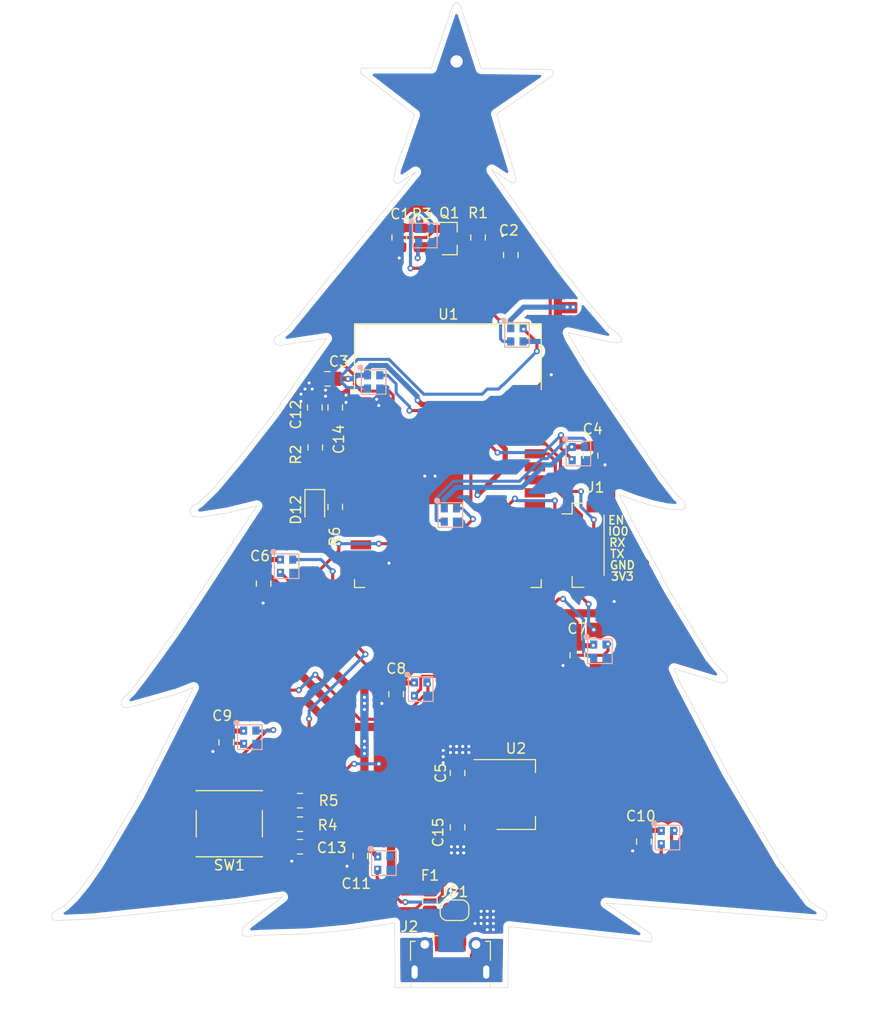
<source format=kicad_pcb>
(kicad_pcb (version 20171130) (host pcbnew "(5.1.5)-3")
  (layers (0 F.Cu signal) (31 B.Cu signal) (34 B.Paste user) (35 F.Paste user hide) (36 B.SilkS user) (37 F.SilkS user) (38 B.Mask user) (39 F.Mask user hide) (44 Edge.Cuts user))
  (net 0 "")
  (net 1 GND)
  (net 2 VBUS)
  (net 3 +3V3)
  (net 4 "Net-(D12-Pad1)")
  (net 5 "Net-(F1-Pad2)")
  (net 6 /TXD)
  (net 7 /RXD)
  (net 8 /IO0)
  (net 9 /EN)
  (net 10 "Net-(J2-Pad6)")
  (net 11 "Net-(J2-Pad2)")
  (net 12 "Net-(J2-Pad3)")
  (net 13 "Net-(J2-Pad4)")
  (net 14 "Net-(R4-Pad2)")
  (net 15 "Net-(U1-Pad33)")
  (net 16 "Net-(U1-Pad32)")
  (net 17 "Net-(U1-Pad31)")
  (net 18 "Net-(U1-Pad30)")
  (net 19 "Net-(U1-Pad29)")
  (net 20 "Net-(U1-Pad28)")
  (net 21 "Net-(U1-Pad26)")
  (net 22 "Net-(U1-Pad24)")
  (net 23 "Net-(U1-Pad23)")
  (net 24 "Net-(U1-Pad22)")
  (net 25 "Net-(U1-Pad21)")
  (net 26 "Net-(U1-Pad20)")
  (net 27 "Net-(U1-Pad19)")
  (net 28 "Net-(U1-Pad18)")
  (net 29 "Net-(U1-Pad17)")
  (net 30 "Net-(U1-Pad14)")
  (net 31 "Net-(U1-Pad12)")
  (net 32 "Net-(U1-Pad11)")
  (net 33 "Net-(U1-Pad9)")
  (net 34 "Net-(U1-Pad8)")
  (net 35 "Net-(U1-Pad7)")
  (net 36 "Net-(U1-Pad6)")
  (net 37 "Net-(U1-Pad5)")
  (net 38 "Net-(U1-Pad4)")
  (net 39 /IO23)
  (net 40 "Net-(U1-Pad36)")
  (net 41 /IO14)
  (net 42 "Net-(U1-Pad27)")
  (net 43 /IO25)
  (net 44 "Net-(U1-Pad16)")
  (net 45 "Net-(D1-Pad4)")
  (net 46 "Net-(D1-Pad2)")
  (net 47 "Net-(D2-Pad2)")
  (net 48 "Net-(D3-Pad2)")
  (net 49 "Net-(D4-Pad2)")
  (net 50 "Net-(D5-Pad2)")
  (net 51 "Net-(D6-Pad2)")
  (net 52 "Net-(D7-Pad2)")
  (net 53 "Net-(D8-Pad2)")
  (net 54 "Net-(D10-Pad4)")
  (net 55 "Net-(D10-Pad2)")
  (net 56 "Net-(D11-Pad2)")
  (module Voltlog:sk6812-2020 (layer B.Cu) (at 132.5 129.3 90)
    (fp_text reference D11 hide)
    (fp_text value SK6812-EC20)
    (pad 4 smd rect (at -0.65 -0.6 90) (size 0.8 0.7) (layers B.Cu B.Paste B.Mask) (net 55 "Net-(D10-Pad2)"))
    (pad 1 smd rect (at 0.65 -0.6 90) (size 0.8 0.7) (layers B.Cu B.Paste B.Mask) (net 2 VBUS))
    (pad 2 smd rect (at 0.65 0.6 90) (size 0.8 0.7) (layers B.Cu B.Paste B.Mask) (net 56 "Net-(D11-Pad2)"))
    (pad 3 smd rect (at -0.65 0.6 90) (size 0.8 0.7) (layers B.Cu B.Paste B.Mask) (net 1 GND))
  )
  (module Voltlog:sk6812-2020 (layer B.Cu) (at 160.2 126.8 90)
    (fp_text reference D10 hide)
    (fp_text value SK6812-EC20)
    (pad 4 smd rect (at -0.65 -0.6 90) (size 0.8 0.7) (layers B.Cu B.Paste B.Mask) (net 54 "Net-(D10-Pad4)"))
    (pad 1 smd rect (at 0.65 -0.6 90) (size 0.8 0.7) (layers B.Cu B.Paste B.Mask) (net 2 VBUS))
    (pad 2 smd rect (at 0.65 0.6 90) (size 0.8 0.7) (layers B.Cu B.Paste B.Mask) (net 55 "Net-(D10-Pad2)"))
    (pad 3 smd rect (at -0.65 0.6 90) (size 0.8 0.7) (layers B.Cu B.Paste B.Mask) (net 1 GND))
  )
  (module Voltlog:sk6812-2020 (layer B.Cu) (at 119.4 117 90)
    (fp_text reference D9 hide)
    (fp_text value SK6812-EC20)
    (pad 4 smd rect (at -0.65 -0.6 90) (size 0.8 0.7) (layers B.Cu B.Paste B.Mask) (net 53 "Net-(D8-Pad2)"))
    (pad 1 smd rect (at 0.65 -0.6 90) (size 0.8 0.7) (layers B.Cu B.Paste B.Mask) (net 2 VBUS))
    (pad 2 smd rect (at 0.65 0.6 90) (size 0.8 0.7) (layers B.Cu B.Paste B.Mask) (net 54 "Net-(D10-Pad4)"))
    (pad 3 smd rect (at -0.65 0.6 90) (size 0.8 0.7) (layers B.Cu B.Paste B.Mask) (net 1 GND))
  )
  (module Voltlog:sk6812-2020 (layer B.Cu) (at 136.1 112.3 90)
    (fp_text reference D8 hide)
    (fp_text value SK6812-EC20)
    (pad 4 smd rect (at -0.65 -0.6 90) (size 0.8 0.7) (layers B.Cu B.Paste B.Mask) (net 52 "Net-(D7-Pad2)"))
    (pad 1 smd rect (at 0.65 -0.6 90) (size 0.8 0.7) (layers B.Cu B.Paste B.Mask) (net 2 VBUS))
    (pad 2 smd rect (at 0.65 0.6 90) (size 0.8 0.7) (layers B.Cu B.Paste B.Mask) (net 53 "Net-(D8-Pad2)"))
    (pad 3 smd rect (at -0.65 0.6 90) (size 0.8 0.7) (layers B.Cu B.Paste B.Mask) (net 1 GND))
  )
  (module Voltlog:sk6812-2020 (layer B.Cu) (at 153.6 108.6 90)
    (fp_text reference D7 hide)
    (fp_text value SK6812-EC20)
    (pad 4 smd rect (at -0.65 -0.6 90) (size 0.8 0.7) (layers B.Cu B.Paste B.Mask) (net 51 "Net-(D6-Pad2)"))
    (pad 1 smd rect (at 0.65 -0.6 90) (size 0.8 0.7) (layers B.Cu B.Paste B.Mask) (net 2 VBUS))
    (pad 2 smd rect (at 0.65 0.6 90) (size 0.8 0.7) (layers B.Cu B.Paste B.Mask) (net 52 "Net-(D7-Pad2)"))
    (pad 3 smd rect (at -0.65 0.6 90) (size 0.8 0.7) (layers B.Cu B.Paste B.Mask) (net 1 GND))
  )
  (module Voltlog:sk6812-2020 (layer B.Cu) (at 123 100.3 90)
    (fp_text reference D6 hide)
    (fp_text value SK6812-EC20)
    (pad 4 smd rect (at -0.65 -0.6 90) (size 0.8 0.7) (layers B.Cu B.Paste B.Mask) (net 50 "Net-(D5-Pad2)"))
    (pad 1 smd rect (at 0.65 -0.6 90) (size 0.8 0.7) (layers B.Cu B.Paste B.Mask) (net 2 VBUS))
    (pad 2 smd rect (at 0.65 0.6 90) (size 0.8 0.7) (layers B.Cu B.Paste B.Mask) (net 51 "Net-(D6-Pad2)"))
    (pad 3 smd rect (at -0.65 0.6 90) (size 0.8 0.7) (layers B.Cu B.Paste B.Mask) (net 1 GND))
  )
  (module Voltlog:sk6812-2020 (layer B.Cu) (at 139 95.3 90)
    (fp_text reference D5 hide)
    (fp_text value SK6812-EC20)
    (pad 4 smd rect (at -0.65 -0.6 90) (size 0.8 0.7) (layers B.Cu B.Paste B.Mask) (net 49 "Net-(D4-Pad2)"))
    (pad 1 smd rect (at 0.65 -0.6 90) (size 0.8 0.7) (layers B.Cu B.Paste B.Mask) (net 2 VBUS))
    (pad 2 smd rect (at 0.65 0.6 90) (size 0.8 0.7) (layers B.Cu B.Paste B.Mask) (net 50 "Net-(D5-Pad2)"))
    (pad 3 smd rect (at -0.65 0.6 90) (size 0.8 0.7) (layers B.Cu B.Paste B.Mask) (net 1 GND))
  )
  (module Voltlog:sk6812-2020 (layer B.Cu) (at 151.5 89.3 90)
    (fp_text reference D4 hide)
    (fp_text value SK6812-EC20)
    (pad 4 smd rect (at -0.65 -0.6 90) (size 0.8 0.7) (layers B.Cu B.Paste B.Mask) (net 48 "Net-(D3-Pad2)"))
    (pad 1 smd rect (at 0.65 -0.6 90) (size 0.8 0.7) (layers B.Cu B.Paste B.Mask) (net 2 VBUS))
    (pad 2 smd rect (at 0.65 0.6 90) (size 0.8 0.7) (layers B.Cu B.Paste B.Mask) (net 49 "Net-(D4-Pad2)"))
    (pad 3 smd rect (at -0.65 0.6 90) (size 0.8 0.7) (layers B.Cu B.Paste B.Mask) (net 1 GND))
  )
  (module Voltlog:sk6812-2020 (layer B.Cu) (at 131.5 82.3 90)
    (fp_text reference D3 hide)
    (fp_text value SK6812-EC20)
    (pad 4 smd rect (at -0.65 -0.6 90) (size 0.8 0.7) (layers B.Cu B.Paste B.Mask) (net 47 "Net-(D2-Pad2)"))
    (pad 1 smd rect (at 0.65 -0.6 90) (size 0.8 0.7) (layers B.Cu B.Paste B.Mask) (net 2 VBUS))
    (pad 2 smd rect (at 0.65 0.6 90) (size 0.8 0.7) (layers B.Cu B.Paste B.Mask) (net 48 "Net-(D3-Pad2)"))
    (pad 3 smd rect (at -0.65 0.6 90) (size 0.8 0.7) (layers B.Cu B.Paste B.Mask) (net 1 GND))
  )
  (module Voltlog:sk6812-2020 (layer B.Cu) (at 145.5 77.7 90)
    (fp_text reference D2 hide)
    (fp_text value SK6812-EC20)
    (pad 4 smd rect (at -0.65 -0.6 90) (size 0.8 0.7) (layers B.Cu B.Paste B.Mask) (net 46 "Net-(D1-Pad2)"))
    (pad 1 smd rect (at 0.65 -0.6 90) (size 0.8 0.7) (layers B.Cu B.Paste B.Mask) (net 2 VBUS))
    (pad 2 smd rect (at 0.65 0.6 90) (size 0.8 0.7) (layers B.Cu B.Paste B.Mask) (net 47 "Net-(D2-Pad2)"))
    (pad 3 smd rect (at -0.65 0.6 90) (size 0.8 0.7) (layers B.Cu B.Paste B.Mask) (net 1 GND))
  )
  (module Voltlog:sk6812-2020 (layer B.Cu) (at 136.5 68 90)
    (fp_text reference D1 hide)
    (fp_text value SK6812-EC20)
    (pad 4 smd rect (at -0.65 -0.6 90) (size 0.8 0.7) (layers B.Cu B.Paste B.Mask) (net 45 "Net-(D1-Pad4)"))
    (pad 1 smd rect (at 0.65 -0.6 90) (size 0.8 0.7) (layers B.Cu B.Paste B.Mask) (net 2 VBUS))
    (pad 2 smd rect (at 0.65 0.6 90) (size 0.8 0.7) (layers B.Cu B.Paste B.Mask) (net 46 "Net-(D1-Pad2)"))
    (pad 3 smd rect (at -0.65 0.6 90) (size 0.8 0.7) (layers B.Cu B.Paste B.Mask) (net 1 GND))
  )
  (module Capacitor_SMD:C_0805_2012Metric (layer F.Cu) (at 139.7 120.5 90)
    (fp_text reference C5 (at 0 -1.65 90) (layer F.SilkS))
    (fp_text value 10uF)
    (pad 2 smd roundrect (at 0.9375 0 90) (size 0.975 1.4) (layers F.Cu F.Paste F.Mask) (net 1 GND))
    (pad 1 smd roundrect (at -0.9375 0 90) (size 0.975 1.4) (layers F.Cu F.Paste F.Mask) (net 3 +3V3))
  )
  (module Voltlog:voltlog_mask_5mm (layer B.Cu) (at 140.9 66.1 180)
    (fp_text reference V8 hide)
    (fp_text value VOLTLOG_LOGO hide)
  )
  (module Voltlog:voltlog_mask_5mm (layer B.Cu) (at 126.5 131.3 180)
    (fp_text reference V6 hide)
    (fp_text value VOLTLOG_LOGO hide)
  )
  (module Voltlog:voltlog_mask_5mm (layer B.Cu) (at 152.2 124.7 180)
    (fp_text reference V5 hide)
    (fp_text value VOLTLOG_LOGO hide)
  )
  (module Voltlog:voltlog_mask_5mm (layer B.Cu) (at 115.7 120.5 180)
    (fp_text reference V4 hide)
    (fp_text value VOLTLOG_LOGO hide)
  )
  (module Voltlog:voltlog_mask_5mm (layer B.Cu) (at 147.9 107.1 180)
    (fp_text reference V3 hide)
    (fp_text value VOLTLOG_LOGO hide)
  )
  (module Voltlog:voltlog_mask_5mm (layer B.Cu) (at 133.4 94.3 180)
    (fp_text reference V2 hide)
    (fp_text value VOLTLOG_LOGO hide)
  )
  (module Voltlog:test (layer F.Cu) (at 137.95 99.65)
    (fp_text reference T1 hide)
    (fp_text value ChristmasTree hide)
  )
  (module Connector_JST:JST_SH_BM06B-SRSS-TB_1x06-1MP_P1.00mm_Vertical (layer F.Cu) (at 152 98.25 270)
    (fp_text reference J1 (at -5.65 -1.2 180) (layer F.SilkS))
    (fp_text value Conn_01x06)
    (pad MP smd roundrect (at 3.8 -1.2 270) (size 1.2 1.8) (layers F.Cu F.Paste F.Mask) (roundrect_rratio 0.208333))
    (pad MP smd roundrect (at -3.8 -1.2 270) (size 1.2 1.8) (layers F.Cu F.Paste F.Mask) (roundrect_rratio 0.208333))
    (pad 6 smd roundrect (at 2.5 1.325 270) (size 0.6 1.55) (layers F.Cu F.Paste F.Mask) (net 3 +3V3))
    (pad 5 smd roundrect (at 1.5 1.325 270) (size 0.6 1.55) (layers F.Cu F.Paste F.Mask) (net 1 GND))
    (pad 4 smd roundrect (at 0.5 1.325 270) (size 0.6 1.55) (layers F.Cu F.Paste F.Mask) (net 6 /TXD))
    (pad 3 smd roundrect (at -0.5 1.325 270) (size 0.6 1.55) (layers F.Cu F.Paste F.Mask) (net 7 /RXD))
    (pad 2 smd roundrect (at -1.5 1.325 270) (size 0.6 1.55) (layers F.Cu F.Paste F.Mask) (net 8 /IO0))
    (pad 1 smd roundrect (at -2.5 1.325 270) (size 0.6 1.55) (layers F.Cu F.Paste F.Mask) (net 9 /EN))
  )
  (module Voltlog:voltlog_mask_5mm (layer F.Cu) (at 145.25 110.55)
    (fp_text reference V1 hide)
    (fp_text value VOLTLOG_LOGO hide)
  )
  (module Connector_USB:USB_Micro-B_Molex-105017-0001 (layer F.Cu) (at 139 138.7)
    (fp_text reference J2 (at -4 -3.2) (layer F.SilkS))
    (fp_text value USB_B_Micro)
    (pad 6 smd rect (at -2.9 1.2375) (size 1.2 1.9) (layers F.Cu F.Mask) (net 10 "Net-(J2-Pad6)"))
    (pad 6 smd rect (at 2.9 1.2375) (size 1.2 1.9) (layers F.Cu F.Mask) (net 10 "Net-(J2-Pad6)"))
    (pad 6 thru_hole oval (at 3.5 1.2375) (size 1.2 1.9) (drill oval 0.6 1.3) (layers *.Cu *.Mask) (net 10 "Net-(J2-Pad6)"))
    (pad 6 thru_hole oval (at -3.5 1.2375 180) (size 1.2 1.9) (drill oval 0.6 1.3) (layers *.Cu *.Mask) (net 10 "Net-(J2-Pad6)"))
    (pad 6 smd rect (at -1 1.2375) (size 1.5 1.9) (layers F.Cu F.Paste F.Mask) (net 10 "Net-(J2-Pad6)"))
    (pad 6 thru_hole circle (at 2.5 -1.4625) (size 1.45 1.45) (drill 0.85) (layers *.Cu *.Mask) (net 10 "Net-(J2-Pad6)"))
    (pad 3 smd rect (at 0 -1.4625) (size 0.4 1.35) (layers F.Cu F.Paste F.Mask) (net 12 "Net-(J2-Pad3)"))
    (pad 4 smd rect (at 0.65 -1.4625) (size 0.4 1.35) (layers F.Cu F.Paste F.Mask) (net 13 "Net-(J2-Pad4)"))
    (pad 5 smd rect (at 1.3 -1.4625) (size 0.4 1.35) (layers F.Cu F.Paste F.Mask) (net 1 GND))
    (pad 1 smd rect (at -1.3 -1.4625) (size 0.4 1.35) (layers F.Cu F.Paste F.Mask) (net 5 "Net-(F1-Pad2)"))
    (pad 2 smd rect (at -0.65 -1.4625) (size 0.4 1.35) (layers F.Cu F.Paste F.Mask) (net 11 "Net-(J2-Pad2)"))
    (pad 6 thru_hole circle (at -2.5 -1.4625) (size 1.45 1.45) (drill 0.85) (layers *.Cu *.Mask) (net 10 "Net-(J2-Pad6)"))
    (pad 6 smd rect (at 1 1.2375) (size 1.5 1.9) (layers F.Cu F.Paste F.Mask) (net 10 "Net-(J2-Pad6)"))
  )
  (module Package_TO_SOT_SMD:SOT-223-3_TabPin2 (layer F.Cu) (at 145.4 122.6)
    (fp_text reference U2 (at 0 -4.5) (layer F.SilkS))
    (fp_text value NCP1117-3.3_SOT223)
    (pad 1 smd rect (at -3.15 -2.3) (size 2 1.5) (layers F.Cu F.Paste F.Mask) (net 1 GND))
    (pad 3 smd rect (at -3.15 2.3) (size 2 1.5) (layers F.Cu F.Paste F.Mask) (net 2 VBUS))
    (pad 2 smd rect (at -3.15 0) (size 2 1.5) (layers F.Cu F.Paste F.Mask) (net 3 +3V3))
    (pad 2 smd rect (at 3.15 0) (size 2 3.8) (layers F.Cu F.Paste F.Mask) (net 3 +3V3))
  )
  (module RF_Module:ESP32-WROOM-32 (layer F.Cu) (at 138.75 92.5)
    (fp_text reference U1 (at 0.05 -16.8 180) (layer F.SilkS))
    (fp_text value ESP32-WROOM-32D)
    (pad 38 smd rect (at 8.5 -8.255) (size 2 0.9) (layers F.Cu F.Paste F.Mask) (net 1 GND))
    (pad 37 smd rect (at 8.5 -6.985) (size 2 0.9) (layers F.Cu F.Paste F.Mask) (net 39 /IO23))
    (pad 36 smd rect (at 8.5 -5.715) (size 2 0.9) (layers F.Cu F.Paste F.Mask) (net 40 "Net-(U1-Pad36)"))
    (pad 35 smd rect (at 8.5 -4.445) (size 2 0.9) (layers F.Cu F.Paste F.Mask) (net 6 /TXD))
    (pad 34 smd rect (at 8.5 -3.175) (size 2 0.9) (layers F.Cu F.Paste F.Mask) (net 7 /RXD))
    (pad 33 smd rect (at 8.5 -1.905) (size 2 0.9) (layers F.Cu F.Paste F.Mask) (net 15 "Net-(U1-Pad33)"))
    (pad 32 smd rect (at 8.5 -0.635) (size 2 0.9) (layers F.Cu F.Paste F.Mask) (net 16 "Net-(U1-Pad32)"))
    (pad 31 smd rect (at 8.5 0.635) (size 2 0.9) (layers F.Cu F.Paste F.Mask) (net 17 "Net-(U1-Pad31)"))
    (pad 30 smd rect (at 8.5 1.905) (size 2 0.9) (layers F.Cu F.Paste F.Mask) (net 18 "Net-(U1-Pad30)"))
    (pad 29 smd rect (at 8.5 3.175) (size 2 0.9) (layers F.Cu F.Paste F.Mask) (net 19 "Net-(U1-Pad29)"))
    (pad 28 smd rect (at 8.5 4.445) (size 2 0.9) (layers F.Cu F.Paste F.Mask) (net 20 "Net-(U1-Pad28)"))
    (pad 27 smd rect (at 8.5 5.715) (size 2 0.9) (layers F.Cu F.Paste F.Mask) (net 42 "Net-(U1-Pad27)"))
    (pad 26 smd rect (at 8.5 6.985) (size 2 0.9) (layers F.Cu F.Paste F.Mask) (net 21 "Net-(U1-Pad26)"))
    (pad 25 smd rect (at 8.5 8.255) (size 2 0.9) (layers F.Cu F.Paste F.Mask) (net 8 /IO0))
    (pad 24 smd rect (at 5.715 9.255 90) (size 2 0.9) (layers F.Cu F.Paste F.Mask) (net 22 "Net-(U1-Pad24)"))
    (pad 23 smd rect (at 4.445 9.255 90) (size 2 0.9) (layers F.Cu F.Paste F.Mask) (net 23 "Net-(U1-Pad23)"))
    (pad 22 smd rect (at 3.175 9.255 90) (size 2 0.9) (layers F.Cu F.Paste F.Mask) (net 24 "Net-(U1-Pad22)"))
    (pad 21 smd rect (at 1.905 9.255 90) (size 2 0.9) (layers F.Cu F.Paste F.Mask) (net 25 "Net-(U1-Pad21)"))
    (pad 20 smd rect (at 0.635 9.255 90) (size 2 0.9) (layers F.Cu F.Paste F.Mask) (net 26 "Net-(U1-Pad20)"))
    (pad 19 smd rect (at -0.635 9.255 90) (size 2 0.9) (layers F.Cu F.Paste F.Mask) (net 27 "Net-(U1-Pad19)"))
    (pad 18 smd rect (at -1.905 9.255 90) (size 2 0.9) (layers F.Cu F.Paste F.Mask) (net 28 "Net-(U1-Pad18)"))
    (pad 17 smd rect (at -3.175 9.255 90) (size 2 0.9) (layers F.Cu F.Paste F.Mask) (net 29 "Net-(U1-Pad17)"))
    (pad 16 smd rect (at -4.445 9.255 90) (size 2 0.9) (layers F.Cu F.Paste F.Mask) (net 44 "Net-(U1-Pad16)"))
    (pad 15 smd rect (at -5.715 9.255 90) (size 2 0.9) (layers F.Cu F.Paste F.Mask) (net 1 GND))
    (pad 14 smd rect (at -8.5 8.255) (size 2 0.9) (layers F.Cu F.Paste F.Mask) (net 30 "Net-(U1-Pad14)"))
    (pad 13 smd rect (at -8.5 6.985) (size 2 0.9) (layers F.Cu F.Paste F.Mask) (net 41 /IO14))
    (pad 12 smd rect (at -8.5 5.715) (size 2 0.9) (layers F.Cu F.Paste F.Mask) (net 31 "Net-(U1-Pad12)"))
    (pad 11 smd rect (at -8.5 4.445) (size 2 0.9) (layers F.Cu F.Paste F.Mask) (net 32 "Net-(U1-Pad11)"))
    (pad 10 smd rect (at -8.5 3.175) (size 2 0.9) (layers F.Cu F.Paste F.Mask) (net 43 /IO25))
    (pad 9 smd rect (at -8.5 1.905) (size 2 0.9) (layers F.Cu F.Paste F.Mask) (net 33 "Net-(U1-Pad9)"))
    (pad 8 smd rect (at -8.5 0.635) (size 2 0.9) (layers F.Cu F.Paste F.Mask) (net 34 "Net-(U1-Pad8)"))
    (pad 7 smd rect (at -8.5 -0.635) (size 2 0.9) (layers F.Cu F.Paste F.Mask) (net 35 "Net-(U1-Pad7)"))
    (pad 6 smd rect (at -8.5 -1.905) (size 2 0.9) (layers F.Cu F.Paste F.Mask) (net 36 "Net-(U1-Pad6)"))
    (pad 5 smd rect (at -8.5 -3.175) (size 2 0.9) (layers F.Cu F.Paste F.Mask) (net 37 "Net-(U1-Pad5)"))
    (pad 4 smd rect (at -8.5 -4.445) (size 2 0.9) (layers F.Cu F.Paste F.Mask) (net 38 "Net-(U1-Pad4)"))
    (pad 3 smd rect (at -8.5 -5.715) (size 2 0.9) (layers F.Cu F.Paste F.Mask) (net 9 /EN))
    (pad 2 smd rect (at -8.5 -6.985) (size 2 0.9) (layers F.Cu F.Paste F.Mask) (net 3 +3V3))
    (pad 1 smd rect (at -8.5 -8.255) (size 2 0.9) (layers F.Cu F.Paste F.Mask) (net 1 GND))
    (pad 39 smd rect (at -1 -0.755) (size 5 5) (layers F.Cu F.Paste F.Mask) (net 1 GND))
  )
  (module Button_Switch_SMD:SW_Push_1P1T_NO_6x6mm_H9.5mm (layer F.Cu) (at 117.4 125.45 180)
    (fp_text reference SW1 (at 0 -4.05) (layer F.SilkS))
    (fp_text value SW_Push)
    (pad 2 smd rect (at 3.975 2.25 180) (size 1.55 1.3) (layers F.Cu F.Paste F.Mask) (net 14 "Net-(R4-Pad2)"))
    (pad 1 smd rect (at 3.975 -2.25 180) (size 1.55 1.3) (layers F.Cu F.Paste F.Mask) (net 1 GND))
    (pad 1 smd rect (at -3.975 -2.25 180) (size 1.55 1.3) (layers F.Cu F.Paste F.Mask) (net 1 GND))
    (pad 2 smd rect (at -3.975 2.25 180) (size 1.55 1.3) (layers F.Cu F.Paste F.Mask) (net 14 "Net-(R4-Pad2)"))
  )
  (module Resistor_SMD:R_0805_2012Metric (layer F.Cu) (at 127.75 94.5 270)
    (fp_text reference R6 (at 2.9 0.05 90) (layer F.SilkS))
    (fp_text value 1K)
    (pad 2 smd roundrect (at 0.9375 0 270) (size 0.975 1.4) (layers F.Cu F.Paste F.Mask) (net 43 /IO25))
    (pad 1 smd roundrect (at -0.9375 0 270) (size 0.975 1.4) (layers F.Cu F.Paste F.Mask) (net 4 "Net-(D12-Pad1)"))
  )
  (module Resistor_SMD:R_0805_2012Metric (layer F.Cu) (at 124.3 125.5)
    (fp_text reference R5 (at 2.8 -2.3) (layer F.SilkS))
    (fp_text value 10K)
    (pad 2 smd roundrect (at 0.9375 0) (size 0.975 1.4) (layers F.Cu F.Paste F.Mask) (net 41 /IO14))
    (pad 1 smd roundrect (at -0.9375 0) (size 0.975 1.4) (layers F.Cu F.Paste F.Mask) (net 3 +3V3))
  )
  (module Resistor_SMD:R_0805_2012Metric (layer F.Cu) (at 124.3 123.2 180)
    (fp_text reference R4 (at -2.7 -2.4) (layer F.SilkS))
    (fp_text value 1K)
    (pad 2 smd roundrect (at 0.9375 0 180) (size 0.975 1.4) (layers F.Cu F.Paste F.Mask) (net 14 "Net-(R4-Pad2)"))
    (pad 1 smd roundrect (at -0.9375 0 180) (size 0.975 1.4) (layers F.Cu F.Paste F.Mask) (net 41 /IO14))
  )
  (module Resistor_SMD:R_0805_2012Metric (layer F.Cu) (at 136.1 68.2 270)
    (fp_text reference R3 (at -2.3 -0.1 180) (layer F.SilkS))
    (fp_text value 10K)
    (pad 2 smd roundrect (at 0.9375 0 270) (size 0.975 1.4) (layers F.Cu F.Paste F.Mask) (net 45 "Net-(D1-Pad4)"))
    (pad 1 smd roundrect (at -0.9375 0 270) (size 0.975 1.4) (layers F.Cu F.Paste F.Mask) (net 2 VBUS))
  )
  (module Resistor_SMD:R_0805_2012Metric (layer F.Cu) (at 125.8 88.7 270)
    (fp_text reference R2 (at 0.7 1.9 90) (layer F.SilkS))
    (fp_text value 10K)
    (pad 2 smd roundrect (at 0.9375 0 270) (size 0.975 1.4) (layers F.Cu F.Paste F.Mask) (net 9 /EN))
    (pad 1 smd roundrect (at -0.9375 0 270) (size 0.975 1.4) (layers F.Cu F.Paste F.Mask) (net 3 +3V3))
  )
  (module Resistor_SMD:R_0805_2012Metric (layer F.Cu) (at 141.7 68.2 270)
    (fp_text reference R1 (at -2.4 0 180) (layer F.SilkS))
    (fp_text value 10K)
    (pad 2 smd roundrect (at 0.9375 0 270) (size 0.975 1.4) (layers F.Cu F.Paste F.Mask) (net 39 /IO23))
    (pad 1 smd roundrect (at -0.9375 0 270) (size 0.975 1.4) (layers F.Cu F.Paste F.Mask) (net 3 +3V3))
  )
  (module Package_TO_SOT_SMD:SOT-23 (layer F.Cu) (at 138.9 68.3)
    (fp_text reference Q1 (at 0 -2.5) (layer F.SilkS))
    (fp_text value 2N7002)
    (pad 3 smd rect (at 1 0) (size 0.9 0.8) (layers F.Cu F.Paste F.Mask) (net 45 "Net-(D1-Pad4)"))
    (pad 2 smd rect (at -1 0.95) (size 0.9 0.8) (layers F.Cu F.Paste F.Mask) (net 39 /IO23))
    (pad 1 smd rect (at -1 -0.95) (size 0.9 0.8) (layers F.Cu F.Paste F.Mask) (net 3 +3V3))
  )
  (module Jumper:SolderJumper-2_P1.3mm_Open_RoundedPad1.0x1.5mm (layer F.Cu) (at 139.4 133.9)
    (fp_text reference JP1 (at 0 -1.8) (layer F.SilkS))
    (fp_text value NO)
    (pad 2 smd custom (at 0.65 0) (size 1 0.5) (layers F.Cu F.Mask) (net 12 "Net-(J2-Pad3)") (options (clearance outline) (anchor rect)) (primitives (gr_circle (center 0 0.25) (end 0.5 0.25) (width 0)) (gr_circle (center 0 -0.25) (end 0.5 -0.25) (width 0)) (gr_poly (pts (xy 0 -0.75) (xy -0.5 -0.75) (xy -0.5 0.75) (xy 0 0.75)) (width 0))))
    (pad 1 smd custom (at -0.65 0) (size 1 0.5) (layers F.Cu F.Mask) (net 11 "Net-(J2-Pad2)") (options (clearance outline) (anchor rect)) (primitives (gr_circle (center 0 0.25) (end 0.5 0.25) (width 0)) (gr_circle (center 0 -0.25) (end 0.5 -0.25) (width 0)) (gr_poly (pts (xy 0 -0.75) (xy 0.5 -0.75) (xy 0.5 0.75) (xy 0 0.75)) (width 0))))
  )
  (module Fuse:Fuse_0805_2012Metric (layer F.Cu) (at 137 133 270)
    (fp_text reference F1 (at -2.5 0 180) (layer F.SilkS))
    (fp_text value 0.75A)
    (pad 2 smd roundrect (at 0.9375 0 270) (size 0.975 1.4) (layers F.Cu F.Paste F.Mask) (net 5 "Net-(F1-Pad2)"))
    (pad 1 smd roundrect (at -0.9375 0 270) (size 0.975 1.4) (layers F.Cu F.Paste F.Mask) (net 2 VBUS))
  )
  (module LED_SMD:LED_0805_2012Metric (layer F.Cu) (at 125.75 94.5 270)
    (fp_text reference D12 (at 0.3 1.85 90) (layer F.SilkS))
    (fp_text value LED)
    (pad 2 smd roundrect (at 0.9375 0 270) (size 0.975 1.4) (layers F.Cu F.Paste F.Mask) (net 3 +3V3))
    (pad 1 smd roundrect (at -0.9375 0 270) (size 0.975 1.4) (layers F.Cu F.Paste F.Mask) (net 4 "Net-(D12-Pad1)"))
  )
  (module Capacitor_SMD:C_0805_2012Metric (layer F.Cu) (at 139.7 125.8 270)
    (fp_text reference C15 (at 0.5 1.9 90) (layer F.SilkS))
    (fp_text value 10uF)
    (pad 2 smd roundrect (at 0.9375 0 270) (size 0.975 1.4) (layers F.Cu F.Paste F.Mask) (net 1 GND))
    (pad 1 smd roundrect (at -0.9375 0 270) (size 0.975 1.4) (layers F.Cu F.Paste F.Mask) (net 2 VBUS))
  )
  (module Capacitor_SMD:C_0805_2012Metric (layer F.Cu) (at 127.75 84.8 90)
    (fp_text reference C14 (at -3.1 0.35 90) (layer F.SilkS))
    (fp_text value 0.1uF)
    (pad 2 smd roundrect (at 0.9375 0 90) (size 0.975 1.4) (layers F.Cu F.Paste F.Mask) (net 1 GND))
    (pad 1 smd roundrect (at -0.9375 0 90) (size 0.975 1.4) (layers F.Cu F.Paste F.Mask) (net 3 +3V3))
  )
  (module Capacitor_SMD:C_0805_2012Metric (layer F.Cu) (at 124.3 127.7 180)
    (fp_text reference C13 (at -3.1 -0.1) (layer F.SilkS))
    (fp_text value 0.1uF)
    (pad 2 smd roundrect (at 0.9375 0 180) (size 0.975 1.4) (layers F.Cu F.Paste F.Mask) (net 1 GND))
    (pad 1 smd roundrect (at -0.9375 0 180) (size 0.975 1.4) (layers F.Cu F.Paste F.Mask) (net 41 /IO14))
  )
  (module Capacitor_SMD:C_0805_2012Metric (layer F.Cu) (at 125.75 84.8 90)
    (fp_text reference C12 (at -0.7 -1.85 90) (layer F.SilkS))
    (fp_text value 22uF)
    (pad 2 smd roundrect (at 0.9375 0 90) (size 0.975 1.4) (layers F.Cu F.Paste F.Mask) (net 1 GND))
    (pad 1 smd roundrect (at -0.9375 0 90) (size 0.975 1.4) (layers F.Cu F.Paste F.Mask) (net 3 +3V3))
  )
  (module Capacitor_SMD:C_0805_2012Metric (layer F.Cu) (at 130.2 128.6 270)
    (fp_text reference C11 (at 2.7 0.4 180) (layer F.SilkS))
    (fp_text value 0.1uF)
    (pad 2 smd roundrect (at 0.9375 0 270) (size 0.975 1.4) (layers F.Cu F.Paste F.Mask) (net 1 GND))
    (pad 1 smd roundrect (at -0.9375 0 270) (size 0.975 1.4) (layers F.Cu F.Paste F.Mask) (net 2 VBUS))
  )
  (module Capacitor_SMD:C_0805_2012Metric (layer F.Cu) (at 157.9 127.2 270)
    (fp_text reference C10 (at -2.5 0.3 180) (layer F.SilkS))
    (fp_text value 0.1uF)
    (pad 2 smd roundrect (at 0.9375 0 270) (size 0.975 1.4) (layers F.Cu F.Paste F.Mask) (net 1 GND))
    (pad 1 smd roundrect (at -0.9375 0 270) (size 0.975 1.4) (layers F.Cu F.Paste F.Mask) (net 2 VBUS))
  )
  (module Capacitor_SMD:C_0805_2012Metric (layer F.Cu) (at 117.1 117.5 270)
    (fp_text reference C9 (at -2.6 0.4 180) (layer F.SilkS))
    (fp_text value 0.1uF)
    (pad 2 smd roundrect (at 0.9375 0 270) (size 0.975 1.4) (layers F.Cu F.Paste F.Mask) (net 1 GND))
    (pad 1 smd roundrect (at -0.9375 0 270) (size 0.975 1.4) (layers F.Cu F.Paste F.Mask) (net 2 VBUS))
  )
  (module Capacitor_SMD:C_0805_2012Metric (layer F.Cu) (at 133.7 112.8 270)
    (fp_text reference C8 (at -2.5 0 180) (layer F.SilkS))
    (fp_text value 0.1uF)
    (pad 2 smd roundrect (at 0.9375 0 270) (size 0.975 1.4) (layers F.Cu F.Paste F.Mask) (net 1 GND))
    (pad 1 smd roundrect (at -0.9375 0 270) (size 0.975 1.4) (layers F.Cu F.Paste F.Mask) (net 2 VBUS))
  )
  (module Capacitor_SMD:C_0805_2012Metric (layer F.Cu) (at 151.4 109 270)
    (fp_text reference C7 (at -2.6 0 180) (layer F.SilkS))
    (fp_text value 0.1uF)
    (pad 2 smd roundrect (at 0.9375 0 270) (size 0.975 1.4) (layers F.Cu F.Paste F.Mask) (net 1 GND))
    (pad 1 smd roundrect (at -0.9375 0 270) (size 0.975 1.4) (layers F.Cu F.Paste F.Mask) (net 2 VBUS))
  )
  (module Capacitor_SMD:C_0805_2012Metric (layer F.Cu) (at 120.75 102 270)
    (fp_text reference C6 (at -2.7 0.35 180) (layer F.SilkS))
    (fp_text value 0.1uF)
    (pad 2 smd roundrect (at 0.9375 0 270) (size 0.975 1.4) (layers F.Cu F.Paste F.Mask) (net 1 GND))
    (pad 1 smd roundrect (at -0.9375 0 270) (size 0.975 1.4) (layers F.Cu F.Paste F.Mask) (net 2 VBUS))
  )
  (module Capacitor_SMD:C_0805_2012Metric (layer F.Cu) (at 152.7 89.5 270)
    (fp_text reference C4 (at -2.6 -0.2 180) (layer F.SilkS))
    (fp_text value 0.1uF)
    (pad 2 smd roundrect (at 0.9375 0 270) (size 0.975 1.4) (layers F.Cu F.Paste F.Mask) (net 1 GND))
    (pad 1 smd roundrect (at -0.9375 0 270) (size 0.975 1.4) (layers F.Cu F.Paste F.Mask) (net 2 VBUS))
  )
  (module Capacitor_SMD:C_0805_2012Metric (layer F.Cu) (at 127 82 180)
    (fp_text reference C3 (at -1.1 1.7) (layer F.SilkS))
    (fp_text value 0.1uF)
    (pad 2 smd roundrect (at 0.9375 0 180) (size 0.975 1.4) (layers F.Cu F.Paste F.Mask) (net 1 GND))
    (pad 1 smd roundrect (at -0.9375 0 180) (size 0.975 1.4) (layers F.Cu F.Paste F.Mask) (net 2 VBUS))
  )
  (module Capacitor_SMD:C_0805_2012Metric (layer F.Cu) (at 144.9 69.9 90)
    (fp_text reference C2 (at 2.4 -0.2 180) (layer F.SilkS))
    (fp_text value 0.1uF)
    (pad 2 smd roundrect (at 0.9375 0 90) (size 0.975 1.4) (layers F.Cu F.Paste F.Mask) (net 1 GND))
    (pad 1 smd roundrect (at -0.9375 0 90) (size 0.975 1.4) (layers F.Cu F.Paste F.Mask) (net 2 VBUS))
  )
  (module Capacitor_SMD:C_0805_2012Metric (layer F.Cu) (at 134 68.2 270)
    (fp_text reference C1 (at -2.3 -0.1 180) (layer F.SilkS))
    (fp_text value 0.1uF)
    (pad 2 smd roundrect (at 0.9375 0 270) (size 0.975 1.4) (layers F.Cu F.Paste F.Mask) (net 1 GND))
    (pad 1 smd roundrect (at -0.9375 0 270) (size 0.975 1.4) (layers F.Cu F.Paste F.Mask) (net 2 VBUS))
  )
  (gr_text 3V3 (at 155.8 101.3) (layer F.SilkS) (effects (font (size 0.8 0.8))))
  (gr_text GND (at 155.8 100.2) (layer F.SilkS) (effects (font (size 0.8 0.8))))
  (gr_text TX (at 155.3 99.1) (layer F.SilkS) (effects (font (size 0.8 0.8))))
  (gr_text RX (at 155.3 98) (layer F.SilkS) (effects (font (size 0.8 0.8))))
  (gr_text IO0 (at 155.4 96.9) (layer F.SilkS) (effects (font (size 0.8 0.8))))
  (gr_text EN (at 155.2 95.8) (layer F.SilkS) (effects (font (size 0.8 0.8))))
  (gr_line (start 113.937297 95.481377) (end 114.65 95.5) (layer Edge.Cuts) (width 0.05))
  (gr_arc (start 114.1 94.9) (end 113.950001 94.400001) (angle -73.30075577) (layer Edge.Cuts) (width 0.05))
  (gr_arc (start 114.227986 94.899999) (end 113.577986 94.899999) (angle -63.43494882) (layer Edge.Cuts) (width 0.05))
  (gr_arc (start 130.55 51.95) (end 130.35 51.65) (angle -123.0988015) (layer Edge.Cuts) (width 0.05))
  (gr_line (start 140 45.6) (end 139.85 45.4) (layer Edge.Cuts) (width 0.05))
  (gr_line (start 139.2 45.6) (end 139.366762 45.375072) (layer Edge.Cuts) (width 0.05))
  (gr_arc (start 139.6 45.55) (end 139.85 45.4) (angle -112.1664244) (layer Edge.Cuts) (width 0.05))
  (gr_arc (start 148.65 52.15) (end 148.9 52.45) (angle -116.9832967) (layer Edge.Cuts) (width 0.05))
  (gr_line (start 145.40495 62.599999) (end 145.4 62.35) (layer Edge.Cuts) (width 0.05))
  (gr_line (start 144.9 62.8) (end 145.100001 62.849999) (layer Edge.Cuts) (width 0.05))
  (gr_arc (start 145.15 62.6) (end 145.100001 62.849999) (angle -101.3099325) (layer Edge.Cuts) (width 0.05))
  (gr_arc (start 133.85 62.5) (end 133.45 62.5) (angle -129.8055711) (layer Edge.Cuts) (width 0.05))
  (gr_line (start 133.55 135.15) (end 133.6 141.45) (layer Edge.Cuts) (width 0.05))
  (gr_line (start 128.85 135.85) (end 133.55 135.15) (layer Edge.Cuts) (width 0.05))
  (gr_line (start 125.05 136.2) (end 128.85 135.85) (layer Edge.Cuts) (width 0.05))
  (gr_line (start 120.3 136.35) (end 125.05 136.2) (layer Edge.Cuts) (width 0.05))
  (gr_line (start 119.05 136.45) (end 120.3 136.35) (layer Edge.Cuts) (width 0.05))
  (gr_line (start 118.75 136.4) (end 119.05 136.45) (layer Edge.Cuts) (width 0.05))
  (gr_line (start 118.65 136.2) (end 118.75 136.4) (layer Edge.Cuts) (width 0.05))
  (gr_line (start 118.65 135.85) (end 118.65 136.2) (layer Edge.Cuts) (width 0.05))
  (gr_line (start 118.8 135.5) (end 118.65 135.85) (layer Edge.Cuts) (width 0.05))
  (gr_line (start 122.6 132.6) (end 118.8 135.5) (layer Edge.Cuts) (width 0.05))
  (gr_line (start 118.15 133.25) (end 122.6 132.6) (layer Edge.Cuts) (width 0.05))
  (gr_line (start 111.65 133.95) (end 118.15 133.25) (layer Edge.Cuts) (width 0.05))
  (gr_line (start 104 134.75) (end 111.65 133.95) (layer Edge.Cuts) (width 0.05))
  (gr_line (start 100.65 134.9) (end 104 134.75) (layer Edge.Cuts) (width 0.05))
  (gr_line (start 100.15 134.85) (end 100.65 134.9) (layer Edge.Cuts) (width 0.05))
  (gr_line (start 100.05 134.55) (end 100.15 134.85) (layer Edge.Cuts) (width 0.05))
  (gr_line (start 100.15 134.15) (end 100.05 134.55) (layer Edge.Cuts) (width 0.05))
  (gr_line (start 100.6 133.9) (end 100.15 134.15) (layer Edge.Cuts) (width 0.05))
  (gr_line (start 101.3 133.45) (end 100.6 133.9) (layer Edge.Cuts) (width 0.05))
  (gr_line (start 102.15 132.65) (end 101.3 133.45) (layer Edge.Cuts) (width 0.05))
  (gr_line (start 103.3 131.25) (end 102.15 132.65) (layer Edge.Cuts) (width 0.05))
  (gr_line (start 104.55 129.45) (end 103.3 131.25) (layer Edge.Cuts) (width 0.05))
  (gr_line (start 106.5 126.2) (end 104.55 129.45) (layer Edge.Cuts) (width 0.05))
  (gr_line (start 108.55 122.7) (end 106.5 126.2) (layer Edge.Cuts) (width 0.05))
  (gr_line (start 113.9 112.15) (end 108.55 122.7) (layer Edge.Cuts) (width 0.05))
  (gr_line (start 112.4 112.75) (end 113.9 112.15) (layer Edge.Cuts) (width 0.05))
  (gr_line (start 107.8 114.05) (end 112.4 112.75) (layer Edge.Cuts) (width 0.05))
  (gr_line (start 107.05 114.1) (end 107.8 114.05) (layer Edge.Cuts) (width 0.05))
  (gr_line (start 106.85 113.85) (end 107.05 114.1) (layer Edge.Cuts) (width 0.05))
  (gr_line (start 106.85 113.4) (end 106.85 113.85) (layer Edge.Cuts) (width 0.05))
  (gr_line (start 107.15 113.05) (end 106.85 113.4) (layer Edge.Cuts) (width 0.05))
  (gr_line (start 107.75 112.5) (end 107.15 113.05) (layer Edge.Cuts) (width 0.05))
  (gr_line (start 109.25 110.55) (end 107.75 112.5) (layer Edge.Cuts) (width 0.05))
  (gr_line (start 111.95 106.8) (end 109.25 110.55) (layer Edge.Cuts) (width 0.05))
  (gr_line (start 114.6 102.8) (end 111.95 106.8) (layer Edge.Cuts) (width 0.05))
  (gr_line (start 119.2 95.75) (end 114.6 102.8) (layer Edge.Cuts) (width 0.05))
  (gr_line (start 120.1 94.4) (end 119.2 95.75) (layer Edge.Cuts) (width 0.05))
  (gr_line (start 117.2 95.1) (end 120.1 94.4) (layer Edge.Cuts) (width 0.05))
  (gr_line (start 114.65 95.5) (end 117.2 95.1) (layer Edge.Cuts) (width 0.05))
  (gr_line (start 114.45 94.05) (end 113.95 94.4) (layer Edge.Cuts) (width 0.05))
  (gr_line (start 115.85 92.7) (end 114.45 94.05) (layer Edge.Cuts) (width 0.05))
  (gr_line (start 118.25 89.85) (end 115.85 92.7) (layer Edge.Cuts) (width 0.05))
  (gr_line (start 121.7 85.45) (end 118.25 89.85) (layer Edge.Cuts) (width 0.05))
  (gr_line (start 126.9 78.05) (end 121.7 85.45) (layer Edge.Cuts) (width 0.05))
  (gr_line (start 122.3 78.75) (end 126.9 78.05) (layer Edge.Cuts) (width 0.05))
  (gr_line (start 121.9 78.6) (end 122.3 78.75) (layer Edge.Cuts) (width 0.05))
  (gr_line (start 121.8 78.3) (end 121.9 78.6) (layer Edge.Cuts) (width 0.05))
  (gr_line (start 121.85 77.95) (end 121.8 78.3) (layer Edge.Cuts) (width 0.05))
  (gr_line (start 122.3 77.7) (end 121.85 77.95) (layer Edge.Cuts) (width 0.05))
  (gr_line (start 123.05 77.1) (end 122.3 77.7) (layer Edge.Cuts) (width 0.05))
  (gr_line (start 135.6 61.8) (end 123.05 77.1) (layer Edge.Cuts) (width 0.05))
  (gr_line (start 134.106074 62.807289) (end 135.6 61.8) (layer Edge.Cuts) (width 0.05))
  (gr_line (start 133.65 61.55) (end 133.45 62.5) (layer Edge.Cuts) (width 0.05))
  (gr_line (start 135.5 56.2) (end 133.65 61.55) (layer Edge.Cuts) (width 0.05))
  (gr_line (start 130.407898 52.281371) (end 135.5 56.2) (layer Edge.Cuts) (width 0.05))
  (gr_line (start 137.15 51.65) (end 130.35 51.65) (layer Edge.Cuts) (width 0.05))
  (gr_line (start 139.2 45.6) (end 137.15 51.65) (layer Edge.Cuts) (width 0.05))
  (gr_line (start 142 51.7) (end 140 45.6) (layer Edge.Cuts) (width 0.05))
  (gr_line (start 148.803909 51.791096) (end 142 51.7) (layer Edge.Cuts) (width 0.05))
  (gr_line (start 143.5 56.15) (end 148.9 52.45) (layer Edge.Cuts) (width 0.05))
  (gr_line (start 145.4 62.35) (end 143.5 56.15) (layer Edge.Cuts) (width 0.05))
  (gr_line (start 143.05 61.6) (end 144.9 62.8) (layer Edge.Cuts) (width 0.05))
  (gr_line (start 144.7 63.95) (end 143.05 61.6) (layer Edge.Cuts) (width 0.05))
  (gr_line (start 149.7 71) (end 144.7 63.95) (layer Edge.Cuts) (width 0.05))
  (gr_line (start 152.6 74.7) (end 149.7 71) (layer Edge.Cuts) (width 0.05))
  (gr_line (start 154.6 77) (end 152.6 74.7) (layer Edge.Cuts) (width 0.05))
  (gr_line (start 155.45 77.65) (end 154.6 77) (layer Edge.Cuts) (width 0.05))
  (gr_line (start 155.7 78.05) (end 155.45 77.65) (layer Edge.Cuts) (width 0.05))
  (gr_line (start 155.65 78.4) (end 155.7 78.05) (layer Edge.Cuts) (width 0.05))
  (gr_line (start 155.2 78.5) (end 155.65 78.4) (layer Edge.Cuts) (width 0.05))
  (gr_line (start 154.6 78.4) (end 155.2 78.5) (layer Edge.Cuts) (width 0.05))
  (gr_line (start 150.5 77.5) (end 154.6 78.4) (layer Edge.Cuts) (width 0.05))
  (gr_line (start 150.7 78) (end 150.5 77.5) (layer Edge.Cuts) (width 0.05))
  (gr_line (start 152.55 81.05) (end 150.7 78) (layer Edge.Cuts) (width 0.05))
  (gr_line (start 159.75 91.6) (end 152.55 81.05) (layer Edge.Cuts) (width 0.05))
  (gr_line (start 161.2 93.45) (end 159.75 91.6) (layer Edge.Cuts) (width 0.05))
  (gr_line (start 161.75 93.85) (end 161.2 93.45) (layer Edge.Cuts) (width 0.05))
  (gr_line (start 161.95 94.3) (end 161.75 93.85) (layer Edge.Cuts) (width 0.05))
  (gr_line (start 161.9 94.65) (end 161.95 94.3) (layer Edge.Cuts) (width 0.05))
  (gr_line (start 161.55 94.8) (end 161.9 94.65) (layer Edge.Cuts) (width 0.05))
  (gr_line (start 160.2 94.7) (end 161.55 94.8) (layer Edge.Cuts) (width 0.05))
  (gr_line (start 158.75 94.4) (end 160.2 94.7) (layer Edge.Cuts) (width 0.05))
  (gr_line (start 157.1 93.9) (end 158.75 94.4) (layer Edge.Cuts) (width 0.05))
  (gr_line (start 155.5 93.3) (end 157.1 93.9) (layer Edge.Cuts) (width 0.05))
  (gr_line (start 156.85 96.05) (end 155.5 93.3) (layer Edge.Cuts) (width 0.05))
  (gr_line (start 160.4 102.65) (end 156.85 96.05) (layer Edge.Cuts) (width 0.05))
  (gr_line (start 164.35 109.15) (end 160.4 102.65) (layer Edge.Cuts) (width 0.05))
  (gr_line (start 165.45 110.45) (end 164.35 109.15) (layer Edge.Cuts) (width 0.05))
  (gr_line (start 166 110.9) (end 165.45 110.45) (layer Edge.Cuts) (width 0.05))
  (gr_line (start 166.1 111.3) (end 166 110.9) (layer Edge.Cuts) (width 0.05))
  (gr_line (start 165.95 111.65) (end 166.1 111.3) (layer Edge.Cuts) (width 0.05))
  (gr_line (start 165.45 111.7) (end 165.95 111.65) (layer Edge.Cuts) (width 0.05))
  (gr_line (start 160.85 110.3) (end 165.45 111.7) (layer Edge.Cuts) (width 0.05))
  (gr_line (start 161.45 111.65) (end 160.85 110.3) (layer Edge.Cuts) (width 0.05))
  (gr_line (start 166.05 120.45) (end 161.45 111.65) (layer Edge.Cuts) (width 0.05))
  (gr_line (start 171.3 129.3) (end 166.05 120.45) (layer Edge.Cuts) (width 0.05))
  (gr_line (start 174.1 133.05) (end 171.3 129.3) (layer Edge.Cuts) (width 0.05))
  (gr_line (start 175.7 134.05) (end 174.1 133.05) (layer Edge.Cuts) (width 0.05))
  (gr_line (start 175.8 134.55) (end 175.7 134.05) (layer Edge.Cuts) (width 0.05))
  (gr_line (start 175.5 134.9) (end 175.8 134.55) (layer Edge.Cuts) (width 0.05))
  (gr_line (start 154.2 133.2) (end 175.5 134.9) (layer Edge.Cuts) (width 0.05))
  (gr_line (start 158.6 136.2) (end 154.2 133.2) (layer Edge.Cuts) (width 0.05))
  (gr_line (start 158.7 136.6) (end 158.6 136.2) (layer Edge.Cuts) (width 0.05))
  (gr_line (start 158.65 137) (end 158.7 136.6) (layer Edge.Cuts) (width 0.05))
  (gr_line (start 144.7 135.5) (end 158.65 137) (layer Edge.Cuts) (width 0.05))
  (gr_line (start 144.6 141.45) (end 144.7 135.5) (layer Edge.Cuts) (width 0.05))
  (gr_line (start 133.6 141.45) (end 144.6 141.45) (layer Edge.Cuts) (width 0.05))
  (via (at 137.5 91.5) (size 0.6) (drill 0.3) (layers F.Cu B.Cu) (net 1))
  (via (at 136.5 91.5) (size 0.6) (drill 0.3) (layers F.Cu B.Cu) (net 1))
  (segment (start 113.425 127.7) (end 121.375 127.7) (width 0.3) (layer F.Cu) (net 1))
  (segment (start 121.375 127.7) (end 123.3625 127.7) (width 0.3) (layer F.Cu) (net 1))
  (via (at 134 70.2) (size 0.6) (drill 0.3) (layers F.Cu B.Cu) (net 1))
  (segment (start 134 69.1375) (end 134 70.2) (width 0.5) (layer F.Cu) (net 1))
  (via (at 144.1 68) (size 0.6) (drill 0.3) (layers F.Cu B.Cu) (net 1))
  (segment (start 144.9 68.9625) (end 144.9 68.8) (width 0.3) (layer F.Cu) (net 1))
  (segment (start 144.9 68.8) (end 144.1 68) (width 0.5) (layer F.Cu) (net 1))
  (via (at 138.3 118.3) (size 0.6) (drill 0.3) (layers F.Cu B.Cu) (net 1))
  (via (at 139 117.9) (size 0.6) (drill 0.3) (layers F.Cu B.Cu) (net 1))
  (via (at 139 118.5) (size 0.6) (drill 0.3) (layers F.Cu B.Cu) (net 1))
  (via (at 140.2 118.5) (size 0.6) (drill 0.3) (layers F.Cu B.Cu) (net 1))
  (via (at 140.8 118.5) (size 0.6) (drill 0.3) (layers F.Cu B.Cu) (net 1))
  (via (at 140.2 117.9) (size 0.6) (drill 0.3) (layers F.Cu B.Cu) (net 1))
  (via (at 139.6 117.9) (size 0.6) (drill 0.3) (layers F.Cu B.Cu) (net 1))
  (via (at 139.6 118.5) (size 0.6) (drill 0.3) (layers F.Cu B.Cu) (net 1))
  (via (at 138.3 119.5) (size 0.6) (drill 0.3) (layers F.Cu B.Cu) (net 1))
  (via (at 138.3 118.9) (size 0.6) (drill 0.3) (layers F.Cu B.Cu) (net 1))
  (via (at 139.1 127.7) (size 0.6) (drill 0.3) (layers F.Cu B.Cu) (net 1))
  (via (at 139.7 127.7) (size 0.6) (drill 0.3) (layers F.Cu B.Cu) (net 1))
  (via (at 140.3 127.7) (size 0.6) (drill 0.3) (layers F.Cu B.Cu) (net 1))
  (via (at 139.1 128.3) (size 0.6) (drill 0.3) (layers F.Cu B.Cu) (net 1))
  (via (at 139.7 128.3) (size 0.6) (drill 0.3) (layers F.Cu B.Cu) (net 1))
  (via (at 140.3 128.3) (size 0.6) (drill 0.3) (layers F.Cu B.Cu) (net 1))
  (segment (start 140.3 136.0625) (end 140.88125 135.48125) (width 0.5) (layer F.Cu) (net 1))
  (segment (start 140.3 137.2375) (end 140.3 136.0625) (width 0.5) (layer F.Cu) (net 1))
  (segment (start 141.1625 135.2) (end 141.4 135.2) (width 0.5) (layer F.Cu) (net 1))
  (segment (start 140.88125 135.48125) (end 141.1625 135.2) (width 0.5) (layer F.Cu) (net 1))
  (segment (start 141.4 135.2) (end 142 135.2) (width 0.5) (layer F.Cu) (net 1))
  (via (at 141.4 135.2) (size 0.6) (drill 0.3) (layers F.Cu B.Cu) (net 1))
  (segment (start 142 135.2) (end 142.6 135.2) (width 0.5) (layer F.Cu) (net 1))
  (via (at 142 135.2) (size 0.6) (drill 0.3) (layers F.Cu B.Cu) (net 1))
  (segment (start 142.6 135.2) (end 142.6 135.2) (width 0.5) (layer F.Cu) (net 1))
  (via (at 142.6 135.2) (size 0.6) (drill 0.3) (layers F.Cu B.Cu) (net 1))
  (via (at 143.2 135.2) (size 0.6) (drill 0.3) (layers F.Cu B.Cu) (net 1))
  (via (at 143.2 135.8) (size 0.6) (drill 0.3) (layers F.Cu B.Cu) (net 1))
  (via (at 142.6 135.8) (size 0.6) (drill 0.3) (layers F.Cu B.Cu) (net 1))
  (via (at 142.6 134.6) (size 0.6) (drill 0.3) (layers F.Cu B.Cu) (net 1))
  (via (at 143.2 134.6) (size 0.6) (drill 0.3) (layers F.Cu B.Cu) (net 1))
  (via (at 142 134.6) (size 0.6) (drill 0.3) (layers F.Cu B.Cu) (net 1))
  (via (at 142.6 134) (size 0.6) (drill 0.3) (layers F.Cu B.Cu) (net 1))
  (via (at 143.2 134) (size 0.6) (drill 0.3) (layers F.Cu B.Cu) (net 1))
  (via (at 142 134) (size 0.6) (drill 0.3) (layers F.Cu B.Cu) (net 1))
  (segment (start 133.7 113.7375) (end 132.3375 113.7375) (width 0.5) (layer F.Cu) (net 1))
  (via (at 132.3 113.7) (size 0.6) (drill 0.3) (layers F.Cu B.Cu) (net 1))
  (segment (start 132.3375 113.7375) (end 132.3 113.7) (width 0.5) (layer F.Cu) (net 1))
  (via (at 115.8 118.4) (size 0.6) (drill 0.3) (layers F.Cu B.Cu) (net 1))
  (segment (start 117.1 118.4375) (end 115.8375 118.4375) (width 0.5) (layer F.Cu) (net 1))
  (segment (start 115.8375 118.4375) (end 115.8 118.4) (width 0.5) (layer F.Cu) (net 1))
  (segment (start 130.2 129.5375) (end 128.9625 129.5375) (width 0.5) (layer F.Cu) (net 1))
  (via (at 128.9 129.6) (size 0.6) (drill 0.3) (layers F.Cu B.Cu) (net 1))
  (segment (start 128.9625 129.5375) (end 128.9 129.6) (width 0.5) (layer F.Cu) (net 1))
  (via (at 156.8 128.1) (size 0.6) (drill 0.3) (layers F.Cu B.Cu) (net 1))
  (segment (start 157.9 128.1375) (end 156.8375 128.1375) (width 0.5) (layer F.Cu) (net 1))
  (segment (start 156.8375 128.1375) (end 156.8 128.1) (width 0.5) (layer F.Cu) (net 1))
  (via (at 150 110) (size 0.6) (drill 0.3) (layers F.Cu B.Cu) (net 1))
  (segment (start 151.4 109.9375) (end 150.0625 109.9375) (width 0.5) (layer F.Cu) (net 1))
  (segment (start 150.0625 109.9375) (end 150 110) (width 0.5) (layer F.Cu) (net 1))
  (segment (start 152.7 90.4375) (end 154.0625 90.4375) (width 0.5) (layer F.Cu) (net 1))
  (via (at 154.1 90.4) (size 0.6) (drill 0.3) (layers F.Cu B.Cu) (net 1))
  (segment (start 154.0625 90.4375) (end 154.1 90.4) (width 0.5) (layer F.Cu) (net 1))
  (via (at 131.8 84) (size 0.6) (drill 0.3) (layers F.Cu B.Cu) (net 1))
  (via (at 132 84.6) (size 0.6) (drill 0.3) (layers F.Cu B.Cu) (net 1))
  (via (at 128.8 84.3) (size 0.6) (drill 0.3) (layers F.Cu B.Cu) (net 1))
  (via (at 128.8 83.6) (size 0.6) (drill 0.3) (layers F.Cu B.Cu) (net 1))
  (via (at 126.8 83.7) (size 0.6) (drill 0.3) (layers F.Cu B.Cu) (net 1))
  (via (at 126.8 83.1) (size 0.6) (drill 0.3) (layers F.Cu B.Cu) (net 1))
  (via (at 124.4 84.2) (size 0.6) (drill 0.3) (layers F.Cu B.Cu) (net 1))
  (via (at 124.4 83.5) (size 0.6) (drill 0.3) (layers F.Cu B.Cu) (net 1))
  (via (at 125.2 82.4) (size 0.6) (drill 0.3) (layers F.Cu B.Cu) (net 1))
  (via (at 124.8 83) (size 0.6) (drill 0.3) (layers F.Cu B.Cu) (net 1))
  (via (at 125.5 83) (size 0.6) (drill 0.3) (layers F.Cu B.Cu) (net 1))
  (segment (start 146.15 78.35) (end 148.15 78.35) (width 0.5) (layer B.Cu) (net 1))
  (segment (start 120.75 102.9375) (end 120.75 103.85) (width 0.5) (layer F.Cu) (net 1))
  (via (at 120.7 103.9) (size 0.6) (drill 0.3) (layers F.Cu B.Cu) (net 1))
  (segment (start 120.75 103.85) (end 120.7 103.9) (width 0.5) (layer F.Cu) (net 1))
  (via (at 123.5 129.1) (size 0.6) (drill 0.3) (layers F.Cu B.Cu) (net 1))
  (segment (start 123.3625 127.7) (end 123.3625 128.9625) (width 0.3) (layer F.Cu) (net 1))
  (segment (start 123.3625 128.9625) (end 123.5 129.1) (width 0.3) (layer F.Cu) (net 1))
  (via (at 133 100) (size 0.6) (drill 0.3) (layers F.Cu B.Cu) (net 1))
  (segment (start 133.035 101.755) (end 133.035 100.035) (width 0.6) (layer F.Cu) (net 1))
  (segment (start 133.035 100.035) (end 133 100) (width 0.6) (layer F.Cu) (net 1))
  (segment (start 150.675 99.75) (end 154.25 99.75) (width 0.3) (layer F.Cu) (net 1))
  (via (at 155 103.75) (size 0.6) (drill 0.3) (layers F.Cu B.Cu) (net 1))
  (segment (start 154.25 99.75) (end 155 100.5) (width 0.3) (layer F.Cu) (net 1))
  (segment (start 155 100.5) (end 155 103.75) (width 0.3) (layer F.Cu) (net 1))
  (via (at 139.6 51) (size 1.6) (drill 1.2) (layers F.Cu B.Cu) (net 1))
  (via (at 148.85 81.599998) (size 0.6) (drill 0.3) (layers F.Cu B.Cu) (net 1))
  (segment (start 147.25 83.199998) (end 148.550001 81.899997) (width 0.5) (layer F.Cu) (net 1))
  (segment (start 148.550001 81.899997) (end 148.85 81.599998) (width 0.5) (layer F.Cu) (net 1))
  (segment (start 147.25 84.245) (end 147.25 83.199998) (width 0.5) (layer F.Cu) (net 1))
  (via (at 140.8 117.9) (size 0.6) (drill 0.3) (layers F.Cu B.Cu) (net 1))
  (via (at 159.6 126.1) (size 0.6) (drill 0.3) (layers F.Cu B.Cu) (net 2))
  (via (at 131.9 128.7) (size 0.6) (drill 0.3) (layers F.Cu B.Cu) (net 2))
  (via (at 118.8 116.4) (size 0.6) (drill 0.3) (layers F.Cu B.Cu) (net 2))
  (via (at 122.35 99.65) (size 0.6) (drill 0.3) (layers F.Cu B.Cu) (net 2))
  (via (at 150.85 88.65) (size 0.6) (drill 0.3) (layers F.Cu B.Cu) (net 2))
  (via (at 135.9 66.4) (size 0.6) (drill 0.3) (layers F.Cu B.Cu) (net 2))
  (segment (start 138.4375 124.8625) (end 139.7 124.8625) (width 0.8) (layer F.Cu) (net 2))
  (segment (start 137 126.3) (end 138.4375 124.8625) (width 0.8) (layer F.Cu) (net 2))
  (segment (start 142.2125 124.8625) (end 142.25 124.9) (width 0.8) (layer F.Cu) (net 2))
  (segment (start 139.7 124.8625) (end 142.2125 124.8625) (width 0.8) (layer F.Cu) (net 2))
  (segment (start 134 66.2) (end 134 67.2625) (width 0.8) (layer F.Cu) (net 2))
  (segment (start 134.9 65.3) (end 134 66.2) (width 0.8) (layer F.Cu) (net 2))
  (segment (start 143.1 65.3) (end 134.9 65.3) (width 0.8) (layer F.Cu) (net 2))
  (segment (start 146.8 68.969242) (end 144.830758 67) (width 0.8) (layer F.Cu) (net 2))
  (segment (start 149.5 73.5) (end 146.8 70.8) (width 0.8) (layer F.Cu) (net 2))
  (segment (start 144.830758 67) (end 144.8 67) (width 0.8) (layer F.Cu) (net 2))
  (segment (start 155.1 87.3) (end 152.1 84.3) (width 0.8) (layer F.Cu) (net 2))
  (segment (start 146.8 70.8) (end 146.8 68.969242) (width 0.8) (layer F.Cu) (net 2))
  (segment (start 152.1 82.5) (end 149.5 79.9) (width 0.8) (layer F.Cu) (net 2))
  (segment (start 152.1 84.3) (end 152.1 82.5) (width 0.8) (layer F.Cu) (net 2))
  (segment (start 137 132.0625) (end 134.3625 132.0625) (width 0.8) (layer F.Cu) (net 2))
  (segment (start 144.8 67) (end 143.1 65.3) (width 0.8) (layer F.Cu) (net 2))
  (segment (start 134.3625 132.0625) (end 133.2 130.9) (width 0.8) (layer F.Cu) (net 2))
  (segment (start 136.1 67.2625) (end 134 67.2625) (width 0.8) (layer F.Cu) (net 2))
  (segment (start 133.2 128.7) (end 133.1375 128.7625) (width 0.8) (layer F.Cu) (net 2))
  (segment (start 133.2 130.9) (end 133.2 128.7) (width 0.8) (layer F.Cu) (net 2))
  (segment (start 137 130.1) (end 137 126.3) (width 0.8) (layer F.Cu) (net 2))
  (segment (start 137 132.0625) (end 137 130.1) (width 0.8) (layer F.Cu) (net 2))
  (segment (start 149 104.9) (end 150 104.9) (width 0.8) (layer F.Cu) (net 2))
  (segment (start 154.9375 88.5625) (end 152.7 88.5625) (width 0.8) (layer F.Cu) (net 2))
  (segment (start 155.1 88.4) (end 154.9375 88.5625) (width 0.8) (layer F.Cu) (net 2))
  (segment (start 155.1 88.4) (end 155.1 87.3) (width 0.8) (layer F.Cu) (net 2))
  (segment (start 146.7625 70.8375) (end 144.9 70.8375) (width 0.8) (layer F.Cu) (net 2))
  (segment (start 146.8 70.8) (end 146.7625 70.8375) (width 0.8) (layer F.Cu) (net 2))
  (segment (start 152.6125 88.65) (end 152.7 88.5625) (width 0.5) (layer F.Cu) (net 2))
  (segment (start 150.85 88.65) (end 152.6125 88.65) (width 0.5) (layer F.Cu) (net 2))
  (segment (start 122.35 99.65) (end 121.45 99.65) (width 0.5) (layer F.Cu) (net 2))
  (segment (start 120.75 100.35) (end 120.75 101.0625) (width 0.5) (layer F.Cu) (net 2))
  (segment (start 121.45 99.65) (end 120.75 100.35) (width 0.5) (layer F.Cu) (net 2))
  (via (at 130.6 117.4) (size 0.6) (drill 0.3) (layers F.Cu B.Cu) (net 2))
  (via (at 130.6 113.7) (size 0.6) (drill 0.3) (layers F.Cu B.Cu) (net 2))
  (segment (start 130.6 117.4) (end 130.6 114.5) (width 0.8) (layer B.Cu) (net 2))
  (segment (start 133.7 111.8625) (end 130.5375 111.8625) (width 0.8) (layer F.Cu) (net 2))
  (via (at 130.6 114.3) (size 0.6) (drill 0.3) (layers F.Cu B.Cu) (net 2))
  (segment (start 130.6 118) (end 130.6 117.4) (width 0.8) (layer F.Cu) (net 2))
  (via (at 130.6 118) (size 0.6) (drill 0.3) (layers F.Cu B.Cu) (net 2))
  (segment (start 130.6 118.6) (end 130.6 118) (width 0.8) (layer F.Cu) (net 2))
  (via (at 130.6 118.6) (size 0.6) (drill 0.3) (layers F.Cu B.Cu) (net 2))
  (segment (start 130.6 117.4) (end 130.6 118.6) (width 0.8) (layer B.Cu) (net 2))
  (via (at 130.6 113.1) (size 0.6) (drill 0.3) (layers F.Cu B.Cu) (net 2))
  (segment (start 117.2625 116.4) (end 117.1 116.5625) (width 0.5) (layer F.Cu) (net 2))
  (segment (start 118.8 116.4) (end 117.2625 116.4) (width 0.5) (layer F.Cu) (net 2))
  (segment (start 130.8625 127.6625) (end 131.9 128.7) (width 0.5) (layer F.Cu) (net 2))
  (segment (start 130.2 127.6625) (end 130.8625 127.6625) (width 0.5) (layer F.Cu) (net 2))
  (segment (start 130.2 127.6625) (end 130.2 126.9) (width 0.8) (layer F.Cu) (net 2))
  (segment (start 130.8 126.3) (end 130.2 126.9) (width 0.8) (layer F.Cu) (net 2))
  (segment (start 133.2 126.3) (end 130.8 126.3) (width 0.8) (layer F.Cu) (net 2))
  (segment (start 133.2 128.7) (end 133.2 126.3) (width 0.8) (layer F.Cu) (net 2))
  (segment (start 158.0625 126.1) (end 157.9 126.2625) (width 0.5) (layer F.Cu) (net 2))
  (segment (start 159.6 126.1) (end 158.0625 126.1) (width 0.5) (layer F.Cu) (net 2))
  (via (at 151 75) (size 0.6) (drill 0.3) (layers F.Cu B.Cu) (net 2))
  (segment (start 146.15 75) (end 151 75) (width 0.5) (layer B.Cu) (net 2))
  (segment (start 144.85 77.15) (end 144.85 76.3) (width 0.5) (layer B.Cu) (net 2))
  (segment (start 144.85 76.3) (end 146.15 75) (width 0.5) (layer B.Cu) (net 2))
  (segment (start 149.6 75) (end 150.4 75) (width 0.5) (layer F.Cu) (net 2))
  (segment (start 149.5 74.9) (end 149.5 73.5) (width 0.8) (layer F.Cu) (net 2))
  (segment (start 149.5 74.9) (end 149.6 75) (width 0.5) (layer F.Cu) (net 2))
  (segment (start 149.5 79.9) (end 149.5 74.9) (width 0.8) (layer F.Cu) (net 2))
  (segment (start 150.4 75) (end 151 75) (width 0.5) (layer F.Cu) (net 2))
  (via (at 150.4 75) (size 0.6) (drill 0.3) (layers F.Cu B.Cu) (net 2))
  (via (at 129 82) (size 0.6) (drill 0.3) (layers F.Cu B.Cu) (net 2))
  (segment (start 127.9375 82) (end 129 82) (width 0.5) (layer F.Cu) (net 2))
  (segment (start 135.9 67.35) (end 135.85 67.4) (width 0.5) (layer B.Cu) (net 2))
  (segment (start 135.9 66.4) (end 135.9 67.35) (width 0.5) (layer B.Cu) (net 2))
  (segment (start 136.1 66.6) (end 135.9 66.4) (width 0.5) (layer F.Cu) (net 2))
  (segment (start 136.1 67.2625) (end 136.1 66.6) (width 0.5) (layer F.Cu) (net 2))
  (segment (start 138.35 93.8) (end 138.35 94.65) (width 0.5) (layer B.Cu) (net 2))
  (segment (start 139.55 92.6) (end 138.35 93.8) (width 0.5) (layer B.Cu) (net 2))
  (segment (start 150.65 88.65) (end 148.9 90.4) (width 0.5) (layer B.Cu) (net 2))
  (segment (start 150.85 88.65) (end 150.65 88.65) (width 0.5) (layer B.Cu) (net 2))
  (segment (start 148.2 90.4) (end 146 92.6) (width 0.5) (layer B.Cu) (net 2))
  (segment (start 148.9 90.4) (end 148.2 90.4) (width 0.5) (layer B.Cu) (net 2))
  (via (at 135.45 111.7) (size 0.6) (drill 0.3) (layers F.Cu B.Cu) (net 2))
  (segment (start 133.8625 111.7) (end 135.45 111.7) (width 0.5) (layer F.Cu) (net 2))
  (segment (start 133.7 111.8625) (end 133.8625 111.7) (width 0.5) (layer F.Cu) (net 2))
  (segment (start 151.4 108.0625) (end 152.9375 108.0625) (width 0.5) (layer F.Cu) (net 2))
  (segment (start 135.2625 110.3) (end 137.463587 110.3) (width 0.8) (layer F.Cu) (net 2))
  (segment (start 133.7 111.8625) (end 135.2625 110.3) (width 0.8) (layer F.Cu) (net 2))
  (segment (start 142.863587 104.9) (end 149 104.9) (width 0.8) (layer F.Cu) (net 2))
  (segment (start 152.9375 108.0625) (end 152.965373 108.034627) (width 0.5) (layer F.Cu) (net 2))
  (via (at 152.965373 108.034627) (size 0.6) (drill 0.3) (layers F.Cu B.Cu) (net 2))
  (segment (start 137.463587 110.3) (end 142.863587 104.9) (width 0.8) (layer F.Cu) (net 2))
  (segment (start 130.6 113.3) (end 130.6 114.3) (width 0.8) (layer F.Cu) (net 2))
  (segment (start 130.5375 111.8625) (end 130.6 111.925) (width 0.8) (layer F.Cu) (net 2))
  (segment (start 130.6 111.925) (end 130.6 113.3) (width 0.8) (layer F.Cu) (net 2))
  (segment (start 156.5375 126.2625) (end 157.9 126.2625) (width 0.8) (layer F.Cu) (net 2))
  (segment (start 140.9 130.1) (end 141.8 131) (width 0.8) (layer F.Cu) (net 2))
  (segment (start 137 130.1) (end 140.9 130.1) (width 0.8) (layer F.Cu) (net 2))
  (segment (start 155.8 127) (end 156.5375 126.2625) (width 0.8) (layer F.Cu) (net 2))
  (segment (start 154.4 131) (end 155.8 129.6) (width 0.8) (layer F.Cu) (net 2))
  (segment (start 141.8 131) (end 154.4 131) (width 0.8) (layer F.Cu) (net 2))
  (segment (start 155.8 129.6) (end 155.8 127) (width 0.8) (layer F.Cu) (net 2))
  (segment (start 130.6 123.7) (end 130.6 118.6) (width 0.8) (layer F.Cu) (net 2))
  (segment (start 133.2 126.3) (end 130.6 123.7) (width 0.8) (layer F.Cu) (net 2))
  (segment (start 130.1 118.6) (end 130.6 118.6) (width 0.8) (layer F.Cu) (net 2))
  (segment (start 119.675 113.5) (end 125 113.5) (width 0.8) (layer F.Cu) (net 2))
  (segment (start 117.1 116.5625) (end 117.1 116.075) (width 0.8) (layer F.Cu) (net 2))
  (segment (start 125 113.5) (end 130.1 118.6) (width 0.8) (layer F.Cu) (net 2))
  (segment (start 117.1 116.075) (end 119.675 113.5) (width 0.8) (layer F.Cu) (net 2))
  (segment (start 126.75 109.75) (end 126.75 106.85) (width 0.8) (layer F.Cu) (net 2))
  (segment (start 130.5375 111.8625) (end 128.8625 111.8625) (width 0.8) (layer F.Cu) (net 2))
  (segment (start 120.9625 101.0625) (end 120.75 101.0625) (width 0.8) (layer F.Cu) (net 2))
  (segment (start 126.75 106.85) (end 120.9625 101.0625) (width 0.8) (layer F.Cu) (net 2))
  (segment (start 128.8625 111.8625) (end 126.75 109.75) (width 0.8) (layer F.Cu) (net 2))
  (segment (start 151.4 106.15) (end 151.4 108.0625) (width 0.8) (layer F.Cu) (net 2))
  (segment (start 149 104.9) (end 150.15 104.9) (width 0.8) (layer F.Cu) (net 2))
  (segment (start 150.15 104.9) (end 151.4 106.15) (width 0.8) (layer F.Cu) (net 2))
  (segment (start 155.1 91.3) (end 155.1 88.4) (width 0.8) (layer F.Cu) (net 2))
  (segment (start 154.75 91.65) (end 155.1 91.3) (width 0.8) (layer F.Cu) (net 2))
  (segment (start 155.6 104.9) (end 158 102.5) (width 0.8) (layer F.Cu) (net 2))
  (segment (start 150.15 104.9) (end 155.6 104.9) (width 0.8) (layer F.Cu) (net 2))
  (segment (start 158 102.5) (end 158 100) (width 0.8) (layer F.Cu) (net 2))
  (segment (start 158 100) (end 154.75 96.75) (width 0.8) (layer F.Cu) (net 2))
  (segment (start 154.75 96.75) (end 154.75 91.65) (width 0.7) (layer F.Cu) (net 2))
  (segment (start 146.15 75) (end 145.5 75.65) (width 0.5) (layer B.Cu) (net 2))
  (via (at 141.65 93.35) (size 0.6) (drill 0.3) (layers F.Cu B.Cu) (net 2))
  (segment (start 141.65 93.35) (end 141.65 92.6) (width 0.5) (layer B.Cu) (net 2))
  (segment (start 141.65 92.6) (end 139.55 92.6) (width 0.5) (layer B.Cu) (net 2))
  (segment (start 146 92.6) (end 142.7 92.6) (width 0.5) (layer B.Cu) (net 2))
  (segment (start 142.7 92.6) (end 141.65 92.6) (width 0.5) (layer B.Cu) (net 2))
  (via (at 135.8 84.1) (size 0.6) (drill 0.3) (layers F.Cu B.Cu) (net 2))
  (segment (start 141.949999 93.050001) (end 141.65 93.35) (width 0.5) (layer F.Cu) (net 2))
  (segment (start 144.350001 90.649999) (end 141.949999 93.050001) (width 0.5) (layer F.Cu) (net 2))
  (segment (start 144.350001 88.839999) (end 144.350001 90.649999) (width 0.5) (layer F.Cu) (net 2))
  (segment (start 140.009992 84.49999) (end 144.350001 88.839999) (width 0.5) (layer F.Cu) (net 2))
  (segment (start 136.19999 84.49999) (end 140.009992 84.49999) (width 0.5) (layer F.Cu) (net 2))
  (segment (start 135.8 84.1) (end 136.19999 84.49999) (width 0.5) (layer F.Cu) (net 2))
  (segment (start 135.750001 84.050001) (end 135.8 84.1) (width 0.5) (layer B.Cu) (net 2))
  (segment (start 135.750001 83.701459) (end 135.750001 84.050001) (width 0.5) (layer B.Cu) (net 2))
  (segment (start 132.748542 80.7) (end 135.750001 83.701459) (width 0.5) (layer B.Cu) (net 2))
  (segment (start 131.2 80.7) (end 132.748542 80.7) (width 0.5) (layer B.Cu) (net 2))
  (segment (start 129.5 82) (end 129.85 81.65) (width 0.5) (layer B.Cu) (net 2))
  (segment (start 129.85 81.65) (end 130.85 81.65) (width 0.5) (layer B.Cu) (net 2))
  (segment (start 129 82) (end 129.5 82) (width 0.5) (layer B.Cu) (net 2))
  (segment (start 130.85 81.65) (end 130.85 81.05) (width 0.5) (layer B.Cu) (net 2))
  (segment (start 130.85 81.05) (end 131.2 80.7) (width 0.5) (layer B.Cu) (net 2))
  (segment (start 125.75 85.7375) (end 127.75 85.7375) (width 0.8) (layer F.Cu) (net 3))
  (segment (start 127.9725 85.515) (end 127.75 85.7375) (width 0.8) (layer F.Cu) (net 3))
  (segment (start 130.25 85.515) (end 127.9725 85.515) (width 0.8) (layer F.Cu) (net 3))
  (segment (start 125.8 85.7875) (end 125.75 85.7375) (width 0.3) (layer F.Cu) (net 3))
  (segment (start 125.8 87.7625) (end 125.8 85.7875) (width 0.3) (layer F.Cu) (net 3))
  (segment (start 124.95625 85.7375) (end 125.75 85.7375) (width 0.8) (layer F.Cu) (net 3))
  (segment (start 124 94.5) (end 124 86.69375) (width 0.8) (layer F.Cu) (net 3))
  (segment (start 135.5 116.5) (end 135 116) (width 0.8) (layer F.Cu) (net 3))
  (segment (start 136.375 121.875) (end 135.5 121) (width 0.8) (layer F.Cu) (net 3))
  (segment (start 139.1 122.5375) (end 138.4375 121.875) (width 0.8) (layer F.Cu) (net 3))
  (segment (start 119.5 99.869242) (end 119.5 99) (width 0.8) (layer F.Cu) (net 3))
  (segment (start 135.5 121) (end 135.5 116.5) (width 0.8) (layer F.Cu) (net 3))
  (segment (start 129.5 116) (end 118.5 105) (width 0.8) (layer F.Cu) (net 3))
  (segment (start 138.4375 121.875) (end 136.375 121.875) (width 0.8) (layer F.Cu) (net 3))
  (segment (start 118.5 105) (end 118.5 100.869242) (width 0.8) (layer F.Cu) (net 3))
  (segment (start 135 116) (end 129.5 116) (width 0.8) (layer F.Cu) (net 3))
  (segment (start 118.5 100.869242) (end 119.5 99.869242) (width 0.8) (layer F.Cu) (net 3))
  (segment (start 124 86.69375) (end 124.95625 85.7375) (width 0.8) (layer F.Cu) (net 3))
  (segment (start 141.6125 67.35) (end 141.7 67.2625) (width 0.3) (layer F.Cu) (net 3))
  (segment (start 137.9 67.35) (end 141.6125 67.35) (width 0.3) (layer F.Cu) (net 3))
  (segment (start 133.185 85.515) (end 130.25 85.515) (width 0.3) (layer F.Cu) (net 3))
  (segment (start 133.4 85.3) (end 133.185 85.515) (width 0.3) (layer F.Cu) (net 3))
  (segment (start 130.3 83.2) (end 133 83.2) (width 0.3) (layer F.Cu) (net 3))
  (segment (start 132.3 69.2) (end 132.3 71.4) (width 0.3) (layer F.Cu) (net 3))
  (segment (start 129.6 82.5) (end 130.3 83.2) (width 0.3) (layer F.Cu) (net 3))
  (segment (start 133.3 68.2) (end 132.3 69.2) (width 0.3) (layer F.Cu) (net 3))
  (segment (start 137.552206 67.35) (end 136.702206 68.2) (width 0.3) (layer F.Cu) (net 3))
  (segment (start 136.702206 68.2) (end 133.3 68.2) (width 0.3) (layer F.Cu) (net 3))
  (segment (start 137.9 67.35) (end 137.552206 67.35) (width 0.3) (layer F.Cu) (net 3))
  (segment (start 133 83.2) (end 133.4 83.6) (width 0.3) (layer F.Cu) (net 3))
  (segment (start 128.262002 75.437998) (end 128.262002 80.3) (width 0.3) (layer F.Cu) (net 3))
  (segment (start 132.3 71.4) (end 128.262002 75.437998) (width 0.3) (layer F.Cu) (net 3))
  (segment (start 133.4 83.6) (end 133.4 85.3) (width 0.3) (layer F.Cu) (net 3))
  (segment (start 128.262002 80.3) (end 129.650001 81.687999) (width 0.3) (layer F.Cu) (net 3))
  (segment (start 129.650001 81.687999) (end 129.650001 82.449999) (width 0.3) (layer F.Cu) (net 3))
  (segment (start 129.650001 82.449999) (end 129.6 82.5) (width 0.3) (layer F.Cu) (net 3))
  (via (at 129.6 119.6) (size 0.6) (drill 0.3) (layers F.Cu B.Cu) (net 3))
  (via (at 132 119.6) (size 0.6) (drill 0.3) (layers F.Cu B.Cu) (net 3))
  (segment (start 129.6 119.6) (end 132 119.6) (width 0.3) (layer B.Cu) (net 3))
  (segment (start 129.4 119.6) (end 129.6 119.6) (width 0.3) (layer F.Cu) (net 3))
  (segment (start 126.34999 128.75001) (end 126.7 128.4) (width 0.3) (layer F.Cu) (net 3))
  (segment (start 123.85 125.5) (end 124.3 125.95) (width 0.3) (layer F.Cu) (net 3))
  (segment (start 126.7 128.4) (end 126.7 122.3) (width 0.3) (layer F.Cu) (net 3))
  (segment (start 123.3625 125.5) (end 123.85 125.5) (width 0.3) (layer F.Cu) (net 3))
  (segment (start 124.3 128.302206) (end 124.747804 128.75001) (width 0.3) (layer F.Cu) (net 3))
  (segment (start 126.7 122.3) (end 129.4 119.6) (width 0.3) (layer F.Cu) (net 3))
  (segment (start 124.747804 128.75001) (end 126.34999 128.75001) (width 0.3) (layer F.Cu) (net 3))
  (segment (start 124.3 125.95) (end 124.3 128.302206) (width 0.3) (layer F.Cu) (net 3))
  (segment (start 122.875 95.625) (end 123.0625 95.4375) (width 0.3) (layer F.Cu) (net 3))
  (segment (start 123.0625 95.4375) (end 125.75 95.4375) (width 0.3) (layer F.Cu) (net 3))
  (segment (start 122.875 95.625) (end 124 94.5) (width 0.8) (layer F.Cu) (net 3))
  (segment (start 119.5 99) (end 122.875 95.625) (width 0.8) (layer F.Cu) (net 3))
  (via (at 152.5 104) (size 0.6) (drill 0.3) (layers F.Cu B.Cu) (net 3))
  (segment (start 150.675 100.75) (end 150.675 102.175) (width 0.3) (layer F.Cu) (net 3))
  (segment (start 150.675 102.175) (end 152.5 104) (width 0.3) (layer F.Cu) (net 3))
  (via (at 153 106.5) (size 0.6) (drill 0.3) (layers F.Cu B.Cu) (net 3))
  (segment (start 152.5 104) (end 152.5 106) (width 0.3) (layer B.Cu) (net 3))
  (segment (start 152.5 106) (end 153 106.5) (width 0.3) (layer B.Cu) (net 3))
  (via (at 135.1 71.2) (size 0.6) (drill 0.3) (layers F.Cu B.Cu) (net 46))
  (segment (start 137.15 67.4) (end 137.15 66.687998) (width 0.3) (layer B.Cu) (net 46))
  (segment (start 135.587999 65.749999) (end 135.1 66.237998) (width 0.3) (layer B.Cu) (net 46))
  (segment (start 137.15 66.687998) (end 136.212001 65.749999) (width 0.3) (layer B.Cu) (net 46))
  (segment (start 136.212001 65.749999) (end 135.587999 65.749999) (width 0.3) (layer B.Cu) (net 46))
  (segment (start 135.1 66.237998) (end 135.1 71.2) (width 0.3) (layer B.Cu) (net 46))
  (segment (start 143.600001 76.100011) (end 143.9 76.40001) (width 0.3) (layer F.Cu) (net 46))
  (segment (start 144.15 78.35) (end 143.9 78.1) (width 0.3) (layer B.Cu) (net 46))
  (segment (start 143.9 78.1) (end 143.9 76.824274) (width 0.3) (layer B.Cu) (net 46))
  (segment (start 144.85 78.35) (end 144.15 78.35) (width 0.3) (layer B.Cu) (net 46))
  (segment (start 143.9 76.824274) (end 143.9 76.40001) (width 0.3) (layer B.Cu) (net 46))
  (via (at 143.9 76.40001) (size 0.6) (drill 0.3) (layers F.Cu B.Cu) (net 46))
  (segment (start 138.69999 71.2) (end 143.600001 76.100011) (width 0.3) (layer F.Cu) (net 46))
  (segment (start 135.1 71.2) (end 138.69999 71.2) (width 0.3) (layer F.Cu) (net 46))
  (segment (start 135.85 68.6) (end 135.85 70.15) (width 0.3) (layer B.Cu) (net 45))
  (via (at 135.8 70.2) (size 0.6) (drill 0.3) (layers F.Cu B.Cu) (net 45))
  (segment (start 135.85 70.15) (end 135.8 70.2) (width 0.3) (layer B.Cu) (net 45))
  (segment (start 135.8 69.4375) (end 136.1 69.1375) (width 0.3) (layer F.Cu) (net 45))
  (segment (start 135.8 70.2) (end 135.8 69.4375) (width 0.3) (layer F.Cu) (net 45))
  (segment (start 137.51875 68.3) (end 139.9 68.3) (width 0.3) (layer F.Cu) (net 45))
  (segment (start 137.318751 68.499999) (end 137.51875 68.3) (width 0.3) (layer F.Cu) (net 45))
  (segment (start 136.471826 69.1375) (end 136.1 69.1375) (width 0.3) (layer F.Cu) (net 45))
  (segment (start 137.109327 68.499999) (end 136.471826 69.1375) (width 0.3) (layer F.Cu) (net 45))
  (segment (start 137.318751 68.499999) (end 137.109327 68.499999) (width 0.3) (layer F.Cu) (net 45))
  (via (at 147.45 79.3) (size 0.6) (drill 0.3) (layers F.Cu B.Cu) (net 47))
  (via (at 146.15 77.15) (size 0.6) (drill 0.3) (layers F.Cu B.Cu) (net 47))
  (segment (start 147.45 79.3) (end 147.45 78.45) (width 0.3) (layer F.Cu) (net 47))
  (segment (start 147.45 78.45) (end 146.15 77.15) (width 0.3) (layer F.Cu) (net 47))
  (segment (start 132.85 81.65) (end 133.7 82.5) (width 0.3) (layer B.Cu) (net 48))
  (segment (start 132.15 81.65) (end 132.85 81.65) (width 0.3) (layer B.Cu) (net 48))
  (segment (start 133.7 82.5) (end 133.7 83.4) (width 0.3) (layer B.Cu) (net 48))
  (segment (start 133.7 83.4) (end 135 84.7) (width 0.3) (layer B.Cu) (net 48))
  (via (at 135 85.1) (size 0.6) (drill 0.3) (layers F.Cu B.Cu) (net 48))
  (segment (start 135 84.7) (end 135 85.1) (width 0.3) (layer B.Cu) (net 48))
  (via (at 150.85 89.85) (size 0.6) (drill 0.3) (layers F.Cu B.Cu) (net 48))
  (via (at 149.800002 87.5) (size 0.6) (drill 0.3) (layers F.Cu B.Cu) (net 48))
  (segment (start 150.85 89.85) (end 149.800002 88.800002) (width 0.3) (layer F.Cu) (net 48))
  (segment (start 149.800002 87.924264) (end 149.800002 87.5) (width 0.3) (layer F.Cu) (net 48))
  (segment (start 149.800002 88.800002) (end 149.800002 87.924264) (width 0.3) (layer F.Cu) (net 48))
  (segment (start 139.5 85.1) (end 143.6 89.2) (width 0.3) (layer F.Cu) (net 48))
  (via (at 143.6 89.2) (size 0.6) (drill 0.3) (layers F.Cu B.Cu) (net 48))
  (segment (start 148.100002 89.2) (end 144.024264 89.2) (width 0.3) (layer B.Cu) (net 48))
  (segment (start 144.024264 89.2) (end 143.6 89.2) (width 0.3) (layer B.Cu) (net 48))
  (segment (start 149.800002 87.5) (end 148.100002 89.2) (width 0.3) (layer B.Cu) (net 48))
  (segment (start 135 85.1) (end 139.5 85.1) (width 0.3) (layer F.Cu) (net 48))
  (via (at 141.2 95.7) (size 0.6) (drill 0.3) (layers F.Cu B.Cu) (net 50))
  (segment (start 139.65 94.65) (end 140.15 94.65) (width 0.3) (layer B.Cu) (net 50))
  (segment (start 140.15 94.65) (end 141.2 95.7) (width 0.3) (layer B.Cu) (net 50))
  (segment (start 141.2 95.7) (end 138.8 98.1) (width 0.3) (layer F.Cu) (net 50))
  (via (at 132 98.1) (size 0.6) (drill 0.3) (layers F.Cu B.Cu) (net 50))
  (segment (start 138.8 98.1) (end 132 98.1) (width 0.3) (layer F.Cu) (net 50))
  (via (at 128.1 98.1) (size 0.6) (drill 0.3) (layers F.Cu B.Cu) (net 50))
  (segment (start 132 98.1) (end 128.1 98.1) (width 0.3) (layer B.Cu) (net 50))
  (via (at 122.35 100.85) (size 0.6) (drill 0.3) (layers F.Cu B.Cu) (net 50))
  (segment (start 123.1 101.6) (end 122.35 100.85) (width 0.3) (layer F.Cu) (net 50))
  (segment (start 125.3 101.6) (end 123.1 101.6) (width 0.3) (layer F.Cu) (net 50))
  (segment (start 128.1 98.1) (end 128.1 98.8) (width 0.3) (layer F.Cu) (net 50))
  (segment (start 128.1 98.8) (end 125.3 101.6) (width 0.3) (layer F.Cu) (net 50))
  (segment (start 123.65 99.65) (end 124.35 99.65) (width 0.3) (layer B.Cu) (net 51))
  (via (at 150 103.5) (size 0.6) (drill 0.3) (layers F.Cu B.Cu) (net 51))
  (segment (start 152.4 109.1) (end 153.1 109.1) (width 0.3) (layer B.Cu) (net 51))
  (segment (start 152 105.5) (end 152 108.7) (width 0.3) (layer B.Cu) (net 51))
  (segment (start 152 108.7) (end 152.4 109.1) (width 0.3) (layer B.Cu) (net 51))
  (segment (start 150 103.5) (end 152 105.5) (width 0.3) (layer B.Cu) (net 51))
  (segment (start 134 104) (end 149.075736 104) (width 0.3) (layer F.Cu) (net 51))
  (segment (start 149.575736 103.5) (end 150 103.5) (width 0.3) (layer F.Cu) (net 51))
  (segment (start 132.25 105.75) (end 134 104) (width 0.3) (layer F.Cu) (net 51))
  (segment (start 149.075736 104) (end 149.575736 103.5) (width 0.3) (layer F.Cu) (net 51))
  (segment (start 132.25 105.75) (end 132.25 109.25) (width 0.3) (layer F.Cu) (net 51))
  (segment (start 132.25 109.25) (end 131.5 110) (width 0.3) (layer F.Cu) (net 51))
  (via (at 127.5 100.8) (size 0.6) (drill 0.3) (layers F.Cu B.Cu) (net 51))
  (segment (start 127.5 106.662002) (end 127.5 100.8) (width 0.3) (layer F.Cu) (net 51))
  (segment (start 131.5 110) (end 130.837998 110) (width 0.3) (layer F.Cu) (net 51))
  (segment (start 130.837998 110) (end 127.5 106.662002) (width 0.3) (layer F.Cu) (net 51))
  (segment (start 126.35 99.65) (end 127.5 100.8) (width 0.3) (layer B.Cu) (net 51))
  (segment (start 123.65 99.65) (end 126.35 99.65) (width 0.3) (layer B.Cu) (net 51))
  (via (at 154.4 107.9) (size 0.6) (drill 0.3) (layers F.Cu B.Cu) (net 52))
  (via (at 135.45 112.949998) (size 0.6) (drill 0.3) (layers F.Cu B.Cu) (net 52))
  (segment (start 154.4 108.55) (end 154.4 107.9) (width 0.3) (layer F.Cu) (net 52))
  (segment (start 136.24999 111.05001) (end 137.84999 111.05001) (width 0.3) (layer F.Cu) (net 52))
  (segment (start 150 108.75) (end 150.25 109) (width 0.3) (layer F.Cu) (net 52))
  (segment (start 137.84999 111.05001) (end 143.15 105.75) (width 0.3) (layer F.Cu) (net 52))
  (segment (start 136.100001 111.199999) (end 136.24999 111.05001) (width 0.3) (layer F.Cu) (net 52))
  (segment (start 143.15 105.75) (end 149.5 105.75) (width 0.3) (layer F.Cu) (net 52))
  (segment (start 135.45 112.949998) (end 136.100001 112.299997) (width 0.3) (layer F.Cu) (net 52))
  (segment (start 136.100001 112.299997) (end 136.100001 111.199999) (width 0.3) (layer F.Cu) (net 52))
  (segment (start 149.5 105.75) (end 150 106.25) (width 0.3) (layer F.Cu) (net 52))
  (segment (start 150.25 109) (end 153.95 109) (width 0.3) (layer F.Cu) (net 52))
  (segment (start 150 106.25) (end 150 108.75) (width 0.3) (layer F.Cu) (net 52))
  (segment (start 153.95 109) (end 154.4 108.55) (width 0.3) (layer F.Cu) (net 52))
  (via (at 136.8 111.8) (size 0.6) (drill 0.3) (layers F.Cu B.Cu) (net 53))
  (segment (start 136.8 112.562) (end 134.11201 115.24999) (width 0.3) (layer F.Cu) (net 53))
  (segment (start 136.8 111.8) (end 136.8 112.562) (width 0.3) (layer F.Cu) (net 53))
  (segment (start 134.11201 115.24999) (end 131.6 115.24999) (width 0.3) (layer F.Cu) (net 53))
  (via (at 125.8 110.9) (size 0.6) (drill 0.3) (layers F.Cu B.Cu) (net 53))
  (segment (start 131.6 115.24999) (end 130.14999 115.24999) (width 0.3) (layer F.Cu) (net 53))
  (segment (start 130.14999 115.24999) (end 125.8 110.9) (width 0.3) (layer F.Cu) (net 53))
  (via (at 124.2 112.4) (size 0.6) (drill 0.3) (layers F.Cu B.Cu) (net 53))
  (segment (start 125.8 110.9) (end 125.7 110.9) (width 0.3) (layer B.Cu) (net 53))
  (segment (start 125.7 110.9) (end 124.2 112.4) (width 0.3) (layer B.Cu) (net 53))
  (via (at 118.85 117.6) (size 0.6) (drill 0.3) (layers F.Cu B.Cu) (net 53))
  (segment (start 124.2 112.4) (end 119.714326 112.4) (width 0.3) (layer F.Cu) (net 53))
  (segment (start 119.714326 112.4) (end 116.04999 116.064336) (width 0.3) (layer F.Cu) (net 53))
  (segment (start 116.04999 116.064336) (end 116.04999 117.052196) (width 0.3) (layer F.Cu) (net 53))
  (segment (start 116.04999 117.052196) (end 116.597794 117.6) (width 0.3) (layer F.Cu) (net 53))
  (segment (start 116.597794 117.6) (end 118.85 117.6) (width 0.3) (layer F.Cu) (net 53))
  (via (at 121.7 116.3) (size 0.6) (drill 0.3) (layers F.Cu B.Cu) (net 54))
  (segment (start 120.15 116.4) (end 121.6 116.4) (width 0.3) (layer B.Cu) (net 54))
  (segment (start 121.6 116.4) (end 121.7 116.3) (width 0.3) (layer B.Cu) (net 54))
  (via (at 159.6 127.35) (size 0.6) (drill 0.3) (layers F.Cu B.Cu) (net 54))
  (segment (start 158.5 129.4) (end 159.6 128.3) (width 0.3) (layer F.Cu) (net 54))
  (segment (start 157.1 129.4) (end 158.5 129.4) (width 0.3) (layer F.Cu) (net 54))
  (segment (start 154.6 131.9) (end 157.1 129.4) (width 0.3) (layer F.Cu) (net 54))
  (segment (start 159.6 128.3) (end 159.6 127.35) (width 0.3) (layer F.Cu) (net 54))
  (segment (start 141.5 131.9) (end 154.6 131.9) (width 0.3) (layer F.Cu) (net 54))
  (segment (start 140.5 130.9) (end 141.5 131.9) (width 0.3) (layer F.Cu) (net 54))
  (segment (start 138.2 131.6) (end 138.9 130.9) (width 0.3) (layer F.Cu) (net 54))
  (segment (start 137.702196 132.90001) (end 138.2 132.402206) (width 0.3) (layer F.Cu) (net 54))
  (segment (start 113.3 120.2) (end 111.1 122.4) (width 0.3) (layer F.Cu) (net 54))
  (segment (start 111.1 122.4) (end 111.1 128.7) (width 0.3) (layer F.Cu) (net 54))
  (segment (start 117.212002 120.2) (end 113.3 120.2) (width 0.3) (layer F.Cu) (net 54))
  (segment (start 138.2 132.402206) (end 138.2 131.6) (width 0.3) (layer F.Cu) (net 54))
  (segment (start 121.112002 116.3) (end 117.212002 120.2) (width 0.3) (layer F.Cu) (net 54))
  (segment (start 138.9 130.9) (end 140.5 130.9) (width 0.3) (layer F.Cu) (net 54))
  (segment (start 121.7 116.3) (end 121.112002 116.3) (width 0.3) (layer F.Cu) (net 54))
  (segment (start 111.1 128.7) (end 112.3 129.9) (width 0.3) (layer F.Cu) (net 54))
  (segment (start 126.8 129.9) (end 130.650001 133.750001) (width 0.3) (layer F.Cu) (net 54))
  (segment (start 136.497784 132.90001) (end 137.702196 132.90001) (width 0.3) (layer F.Cu) (net 54))
  (segment (start 135.647793 133.750001) (end 136.497784 132.90001) (width 0.3) (layer F.Cu) (net 54))
  (segment (start 112.3 129.9) (end 126.8 129.9) (width 0.3) (layer F.Cu) (net 54))
  (segment (start 130.650001 133.750001) (end 135.647793 133.750001) (width 0.3) (layer F.Cu) (net 54))
  (via (at 160.9 126.1) (size 0.6) (drill 0.3) (layers F.Cu B.Cu) (net 55))
  (segment (start 160.600001 128.007119) (end 158.70712 129.9) (width 0.3) (layer F.Cu) (net 55))
  (segment (start 160.9 126.1) (end 160.600001 126.399999) (width 0.3) (layer F.Cu) (net 55))
  (segment (start 160.600001 126.399999) (end 160.600001 128.007119) (width 0.3) (layer F.Cu) (net 55))
  (segment (start 158.70712 129.9) (end 158.653555 129.953565) (width 0.3) (layer F.Cu) (net 55))
  (segment (start 157.253555 129.953565) (end 154.70712 132.5) (width 0.3) (layer F.Cu) (net 55))
  (segment (start 158.653555 129.953565) (end 157.253555 129.953565) (width 0.3) (layer F.Cu) (net 55))
  (segment (start 154.70712 132.5) (end 144.8 132.5) (width 0.3) (layer F.Cu) (net 55))
  (segment (start 144.8 132.5) (end 141.1 132.5) (width 0.3) (layer F.Cu) (net 55))
  (via (at 139 132) (size 0.6) (drill 0.3) (layers F.Cu B.Cu) (net 55))
  (segment (start 141.1 132.5) (end 140.6 132) (width 0.3) (layer F.Cu) (net 55))
  (segment (start 140.6 132) (end 139 132) (width 0.3) (layer F.Cu) (net 55))
  (via (at 131.85 129.85) (size 0.6) (drill 0.3) (layers F.Cu B.Cu) (net 55))
  (segment (start 131.85 130.774264) (end 134.175736 133.1) (width 0.3) (layer F.Cu) (net 55))
  (via (at 134.6 133.1) (size 0.6) (drill 0.3) (layers F.Cu B.Cu) (net 55))
  (segment (start 134.175736 133.1) (end 134.6 133.1) (width 0.3) (layer F.Cu) (net 55))
  (segment (start 139 132) (end 137.9 133.1) (width 0.3) (layer B.Cu) (net 55))
  (segment (start 135.024264 133.1) (end 134.6 133.1) (width 0.3) (layer B.Cu) (net 55))
  (segment (start 137.9 133.1) (end 135.024264 133.1) (width 0.3) (layer B.Cu) (net 55))
  (segment (start 131.85 129.85) (end 131.85 130.774264) (width 0.3) (layer F.Cu) (net 55))
  (segment (start 125.75 93.5625) (end 127.75 93.5625) (width 0.3) (layer F.Cu) (net 4))
  (segment (start 137.7 137.2875) (end 137.7 136.4) (width 0.5) (layer F.Cu) (net 5))
  (segment (start 137 134.425) (end 137.7 135.125) (width 0.8) (layer F.Cu) (net 5))
  (segment (start 137 133.9375) (end 137 134.425) (width 0.8) (layer F.Cu) (net 5))
  (segment (start 137.7 135.125) (end 137.7 135.9) (width 0.8) (layer F.Cu) (net 5))
  (segment (start 137.7 136.4) (end 137.7 135.9) (width 0.5) (layer F.Cu) (net 5))
  (segment (start 147.98712 88.055) (end 149.75 89.81788) (width 0.3) (layer F.Cu) (net 6))
  (segment (start 147.25 88.055) (end 147.98712 88.055) (width 0.3) (layer F.Cu) (net 6))
  (segment (start 149.75 89.81788) (end 149.75 92) (width 0.3) (layer F.Cu) (net 6))
  (via (at 151.75 93) (size 0.6) (drill 0.3) (layers F.Cu B.Cu) (net 6))
  (segment (start 149.75 92) (end 150.75 93) (width 0.3) (layer F.Cu) (net 6))
  (segment (start 150.75 93) (end 151.75 93) (width 0.3) (layer F.Cu) (net 6))
  (via (at 153 95.75) (size 0.6) (drill 0.3) (layers F.Cu B.Cu) (net 6))
  (segment (start 151.75 93) (end 151.75 94.5) (width 0.3) (layer B.Cu) (net 6))
  (segment (start 151.75 94.5) (end 153 95.75) (width 0.3) (layer B.Cu) (net 6))
  (segment (start 151.45 98.75) (end 150.675 98.75) (width 0.3) (layer F.Cu) (net 6))
  (segment (start 153 97.2) (end 151.45 98.75) (width 0.3) (layer F.Cu) (net 6))
  (segment (start 153 95.75) (end 153 97.2) (width 0.3) (layer F.Cu) (net 6))
  (segment (start 148.55 89.325) (end 147.25 89.325) (width 0.3) (layer F.Cu) (net 7))
  (segment (start 150.675 97.75) (end 151.5 97.75) (width 0.3) (layer F.Cu) (net 7))
  (segment (start 151.5 97.75) (end 151.80001 97.44999) (width 0.3) (layer F.Cu) (net 7))
  (segment (start 151.80001 97.44999) (end 151.80001 95.30001) (width 0.3) (layer F.Cu) (net 7))
  (segment (start 149.25 92.75) (end 149.25 90.025) (width 0.3) (layer F.Cu) (net 7))
  (segment (start 149.25 90.025) (end 148.55 89.325) (width 0.3) (layer F.Cu) (net 7))
  (segment (start 151.80001 95.30001) (end 149.25 92.75) (width 0.3) (layer F.Cu) (net 7))
  (segment (start 148.55 100.755) (end 147.25 100.755) (width 0.3) (layer F.Cu) (net 8))
  (segment (start 148.9 100.405) (end 148.55 100.755) (width 0.3) (layer F.Cu) (net 8))
  (segment (start 148.9 97.2) (end 148.9 100.405) (width 0.3) (layer F.Cu) (net 8))
  (segment (start 150.675 96.75) (end 149.35 96.75) (width 0.3) (layer F.Cu) (net 8))
  (segment (start 149.35 96.75) (end 148.9 97.2) (width 0.3) (layer F.Cu) (net 8))
  (segment (start 125.8 89.6375) (end 127.1625 89.6375) (width 0.3) (layer F.Cu) (net 9))
  (segment (start 127.1625 89.6375) (end 127.7 89.1) (width 0.3) (layer F.Cu) (net 9))
  (segment (start 128.95 86.785) (end 130.25 86.785) (width 0.3) (layer F.Cu) (net 9))
  (segment (start 127.7 88.035) (end 128.95 86.785) (width 0.3) (layer F.Cu) (net 9))
  (segment (start 127.7 89.1) (end 127.7 88.035) (width 0.3) (layer F.Cu) (net 9))
  (segment (start 150.675 95.75) (end 149.55 95.75) (width 0.3) (layer F.Cu) (net 9))
  (segment (start 145.5 93.9) (end 145.3 93.7) (width 0.3) (layer B.Cu) (net 9))
  (segment (start 149.2 93.9) (end 145.5 93.9) (width 0.3) (layer B.Cu) (net 9))
  (via (at 145.3 93.7) (size 0.6) (drill 0.3) (layers F.Cu B.Cu) (net 9))
  (segment (start 149.2 95.4) (end 149.2 93.9) (width 0.3) (layer F.Cu) (net 9))
  (via (at 149.2 93.9) (size 0.6) (drill 0.3) (layers F.Cu B.Cu) (net 9))
  (segment (start 149.55 95.75) (end 149.2 95.4) (width 0.3) (layer F.Cu) (net 9))
  (segment (start 130.25 86.785) (end 139.885 86.785) (width 0.3) (layer F.Cu) (net 9))
  (segment (start 140.999999 87.899999) (end 140.999999 94.099999) (width 0.3) (layer F.Cu) (net 9))
  (segment (start 139.885 86.785) (end 140.999999 87.899999) (width 0.3) (layer F.Cu) (net 9))
  (segment (start 140.999999 94.099999) (end 141.6 94.7) (width 0.3) (layer F.Cu) (net 9))
  (segment (start 144.3 94.7) (end 145.3 93.7) (width 0.3) (layer F.Cu) (net 9))
  (segment (start 141.6 94.7) (end 144.3 94.7) (width 0.3) (layer F.Cu) (net 9))
  (segment (start 138.75 135.875318) (end 138.75 134.647592) (width 0.25) (layer F.Cu) (net 11))
  (segment (start 138.35 136.275318) (end 138.75 135.875318) (width 0.25) (layer F.Cu) (net 11))
  (segment (start 138.75 134.647592) (end 138.75 133.9) (width 0.25) (layer F.Cu) (net 11))
  (segment (start 138.35 137.2875) (end 138.35 136.275318) (width 0.25) (layer F.Cu) (net 11))
  (segment (start 140.05 134.75) (end 140.05 133.9) (width 0.25) (layer F.Cu) (net 12))
  (segment (start 139.4 135.861728) (end 139.4 135.4) (width 0.25) (layer F.Cu) (net 12))
  (segment (start 139.4 135.4) (end 140.05 134.75) (width 0.25) (layer F.Cu) (net 12))
  (segment (start 139 137.2875) (end 139 136.261728) (width 0.25) (layer F.Cu) (net 12))
  (segment (start 139 136.261728) (end 139.4 135.861728) (width 0.25) (layer F.Cu) (net 12))
  (segment (start 114.5 123.2) (end 121.375 123.2) (width 0.3) (layer F.Cu) (net 14))
  (segment (start 113.425 123.2) (end 114.5 123.2) (width 0.3) (layer F.Cu) (net 14))
  (segment (start 123.3625 123.2) (end 121.375 123.2) (width 0.3) (layer F.Cu) (net 14))
  (segment (start 141.5875 69.25) (end 141.7 69.1375) (width 0.3) (layer F.Cu) (net 39))
  (segment (start 137.9 69.25) (end 141.5875 69.25) (width 0.3) (layer F.Cu) (net 39))
  (segment (start 141.7 69.625) (end 143.975 71.9) (width 0.3) (layer F.Cu) (net 39))
  (segment (start 141.7 69.1375) (end 141.7 69.625) (width 0.3) (layer F.Cu) (net 39))
  (segment (start 148.74999 73.84999) (end 148.749991 80.210665) (width 0.3) (layer F.Cu) (net 39))
  (segment (start 143.975 71.9) (end 146.8 71.9) (width 0.3) (layer F.Cu) (net 39))
  (segment (start 146.8 71.9) (end 148.74999 73.84999) (width 0.3) (layer F.Cu) (net 39))
  (segment (start 148.749991 80.210665) (end 151.2 82.660674) (width 0.3) (layer F.Cu) (net 39))
  (segment (start 151.2 82.660674) (end 151.2 84.8) (width 0.3) (layer F.Cu) (net 39))
  (segment (start 150.485 85.515) (end 147.25 85.515) (width 0.3) (layer F.Cu) (net 39))
  (segment (start 151.2 84.8) (end 150.485 85.515) (width 0.3) (layer F.Cu) (net 39))
  (segment (start 125.2375 127.7) (end 125.2375 125.5) (width 0.3) (layer F.Cu) (net 41))
  (segment (start 125.2375 125.5) (end 125.2375 123.2) (width 0.3) (layer F.Cu) (net 41))
  (via (at 125.2 115.2) (size 0.6) (drill 0.3) (layers F.Cu B.Cu) (net 41))
  (segment (start 125.2 123.1625) (end 125.2375 123.2) (width 0.3) (layer F.Cu) (net 41))
  (segment (start 125.2 115.2) (end 125.2 123.1625) (width 0.3) (layer F.Cu) (net 41))
  (via (at 130.7 108.9) (size 0.6) (drill 0.3) (layers F.Cu B.Cu) (net 41))
  (segment (start 125.2 114.4) (end 130.400001 109.199999) (width 0.3) (layer B.Cu) (net 41))
  (segment (start 125.2 115.2) (end 125.2 114.4) (width 0.3) (layer B.Cu) (net 41))
  (segment (start 128.415 99.485) (end 128.400001 99.499999) (width 0.3) (layer F.Cu) (net 41))
  (segment (start 130.25 99.485) (end 128.415 99.485) (width 0.3) (layer F.Cu) (net 41))
  (segment (start 128.400001 106.600001) (end 130.400001 108.600001) (width 0.3) (layer F.Cu) (net 41))
  (segment (start 130.400001 109.199999) (end 130.7 108.9) (width 0.3) (layer B.Cu) (net 41))
  (segment (start 130.400001 108.600001) (end 130.7 108.9) (width 0.3) (layer F.Cu) (net 41))
  (segment (start 128.400001 99.499999) (end 128.400001 106.600001) (width 0.3) (layer F.Cu) (net 41))
  (segment (start 130.0125 95.4375) (end 130.25 95.675) (width 0.3) (layer F.Cu) (net 43))
  (segment (start 127.75 95.4375) (end 130.0125 95.4375) (width 0.3) (layer F.Cu) (net 43))
  (segment (start 142.6 83) (end 142.1 83.5) (width 0.3) (layer B.Cu) (net 47))
  (segment (start 144.15 82.6) (end 144.1 82.6) (width 0.3) (layer B.Cu) (net 47))
  (segment (start 132.997074 80.099989) (end 129.938009 80.099989) (width 0.3) (layer B.Cu) (net 47))
  (segment (start 128.349999 82.312001) (end 128.887998 82.85) (width 0.3) (layer B.Cu) (net 47))
  (segment (start 129.938009 80.099989) (end 128.349999 81.687999) (width 0.3) (layer B.Cu) (net 47))
  (segment (start 128.887998 82.85) (end 130.85 82.85) (width 0.3) (layer B.Cu) (net 47))
  (segment (start 128.349999 81.687999) (end 128.349999 82.312001) (width 0.3) (layer B.Cu) (net 47))
  (segment (start 136.397085 83.5) (end 132.997074 80.099989) (width 0.3) (layer B.Cu) (net 47))
  (segment (start 143.7 83) (end 142.6 83) (width 0.3) (layer B.Cu) (net 47))
  (segment (start 142.1 83.5) (end 136.397085 83.5) (width 0.3) (layer B.Cu) (net 47))
  (segment (start 144.1 82.6) (end 143.7 83) (width 0.3) (layer B.Cu) (net 47))
  (segment (start 147.45 79.3) (end 144.15 82.6) (width 0.3) (layer B.Cu) (net 47))
  (segment (start 137.65 95.85) (end 138.35 95.85) (width 0.3) (layer B.Cu) (net 49))
  (segment (start 137.599999 95.799999) (end 137.65 95.85) (width 0.3) (layer B.Cu) (net 49))
  (segment (start 137.599999 93.701459) (end 137.599999 95.799999) (width 0.3) (layer B.Cu) (net 49))
  (segment (start 139.301468 91.99999) (end 137.599999 93.701459) (width 0.3) (layer B.Cu) (net 49))
  (segment (start 147.951468 89.79999) (end 145.751468 91.99999) (width 0.3) (layer B.Cu) (net 49))
  (segment (start 145.751468 91.99999) (end 139.301468 91.99999) (width 0.3) (layer B.Cu) (net 49))
  (segment (start 152.15 88) (end 151.95 87.8) (width 0.3) (layer B.Cu) (net 49))
  (segment (start 152.15 88.65) (end 152.15 88) (width 0.3) (layer B.Cu) (net 49))
  (segment (start 148.45001 89.79999) (end 147.951468 89.79999) (width 0.3) (layer B.Cu) (net 49))
  (segment (start 151.95 87.8) (end 150.45 87.8) (width 0.3) (layer B.Cu) (net 49))
  (segment (start 150.45 87.8) (end 148.45001 89.79999) (width 0.3) (layer B.Cu) (net 49))
  (zone (net 3) (net_name +3V3) (layer F.Cu) (priority 1) (connect_pads yes (clearance 0.508)) (min_thickness 0.254) (fill yes (arc_segments 32) (thermal_gap 0.508) (thermal_bridge_width 0.508))
    (polygon (pts (xy 172.5 131) (xy 131.5 131) (xy 131.5 102.5) (xy 172.5 102.5)))
  )
  (zone (net 1) (net_name GND) (layer B.Cu) (priority 1) (connect_pads yes (clearance 0.508)) (min_thickness 0.254) (fill yes (arc_segments 32) (thermal_gap 0.508) (thermal_bridge_width 0.508))
    (polygon (pts (xy 180 145) (xy 95 145) (xy 95 45) (xy 180 45)))
  )
  (zone (net 2) (net_name VBUS) (layer F.Cu) (priority 1) (connect_pads (clearance 0.508)) (min_thickness 0.254) (fill yes (arc_segments 32) (thermal_gap 0.508) (thermal_bridge_width 0.508))
    (polygon (pts (xy 131 114.7) (xy 130.2 114.7) (xy 130.2 112.7) (xy 131 112.7)))
  )
  (zone (net 2) (net_name VBUS) (layer B.Cu) (priority 1) (connect_pads (clearance 0.508)) (min_thickness 0.254) (fill yes (arc_segments 32) (thermal_gap 0.508) (thermal_bridge_width 0.508))
    (polygon (pts (xy 131 112.748609) (xy 130.2 112.748609) (xy 130.2 114.648609) (xy 131 114.648609)))
  )
  (zone (net 2) (net_name VBUS) (layer F.Cu) (priority 1) (connect_pads (clearance 0.508)) (min_thickness 0.254) (fill yes (arc_segments 32) (thermal_gap 0.508) (thermal_bridge_width 0.508))
    (polygon (pts (xy 131 118.9) (xy 130.2 118.9) (xy 130.2 116.9) (xy 131 116.9)))
  )
  (zone (net 2) (net_name VBUS) (layer B.Cu) (priority 1) (connect_pads (clearance 0.508)) (min_thickness 0.254) (fill yes (arc_segments 32) (thermal_gap 0.508) (thermal_bridge_width 0.508))
    (polygon (pts (xy 131 117) (xy 130.2 117) (xy 130.2 119) (xy 131 119)))
  )
  (zone (net 2) (net_name VBUS) (layer F.Cu) (priority 1) (connect_pads (clearance 0.508)) (min_thickness 0.254) (fill yes (arc_segments 32) (thermal_gap 0.508) (thermal_bridge_width 0.508))
    (polygon (pts (xy 151.4 75.6) (xy 149.6 75.6) (xy 149.6 74.5) (xy 151.4 74.5)))
  )
  (zone (net 0) (net_name "") (layers F&B.Cu) (connect_pads (clearance 0.508)) (min_thickness 0.254)
    (keepout (tracks allowed) (vias allowed) (copperpour not_allowed))
    (fill (arc_segments 32) (thermal_gap 0.508) (thermal_bridge_width 0.508))
    (polygon (pts (xy 147.8 82.6) (xy 129.7 82.6) (xy 129.7 76.7) (xy 147.9 76.7)))
  )
  (zone (net 1) (net_name GND) (layer F.Cu) (priority 2) (connect_pads yes (clearance 0.508)) (min_thickness 0.254) (fill yes (arc_segments 32) (thermal_gap 0.508) (thermal_bridge_width 0.508))
    (polygon (pts (xy 143.3 121.1) (xy 141.3 121.1) (xy 140.4 120.3) (xy 137.8 120.3) (xy 137.8 117.4) (xy 143.3 117.4)))
  )
  (zone (net 1) (net_name GND) (layer F.Cu) (priority 2) (connect_pads yes (clearance 0.508)) (min_thickness 0.254) (fill yes (arc_segments 32) (thermal_gap 0.508) (thermal_bridge_width 0.508))
    (polygon (pts (xy 140.8 128.8) (xy 138.6 128.8) (xy 138.6 126.2) (xy 140.8 126.2)))
  )
  (zone (net 1) (net_name GND) (layer F.Cu) (priority 2) (connect_pads yes (clearance 0.508)) (min_thickness 0.254) (fill yes (arc_segments 32) (thermal_gap 0.508) (thermal_bridge_width 0.508))
    (polygon (pts (xy 143.6 136.625) (xy 140 136.575) (xy 140 134.8) (xy 140.7 134.8) (xy 140.7 133.5) (xy 143.6 133.5)))
  )
  (zone (net 10) (net_name "Net-(J2-Pad6)") (layer F.Cu) (priority 3) (connect_pads yes (clearance 0.508)) (min_thickness 0.254) (fill yes (arc_segments 32) (thermal_gap 0.508) (thermal_bridge_width 0.508))
    (polygon (pts (xy 137.1 138.5) (xy 140.9 138.5) (xy 140.9 136.7) (xy 144.3 136.7) (xy 144.3 141.2) (xy 133.9 141.3) (xy 133.9 136.6) (xy 137.1 136.6)))
  )
  (zone (net 10) (net_name "Net-(J2-Pad6)") (layer B.Cu) (priority 3) (connect_pads yes (clearance 0.508)) (min_thickness 0.254) (fill yes (arc_segments 32) (thermal_gap 0.508) (thermal_bridge_width 0.508))
    (polygon (pts (xy 141.1 138.5) (xy 137.3 138.5) (xy 137.3 136.6) (xy 133.9 136.6) (xy 133.9 141.2) (xy 144.3 141.3) (xy 144.3 136.7) (xy 141.1 136.7)))
  )
  (zone (net 1) (net_name GND) (layer F.Cu) (priority 3) (connect_pads yes (clearance 0.508)) (min_thickness 0.254) (fill yes (arc_segments 32) (thermal_gap 0.508) (thermal_bridge_width 0.508))
    (polygon (pts (xy 127.1 82.7) (xy 129.2 82.7) (xy 129.2 83.7) (xy 133 83.7) (xy 133 85) (xy 122.6 85) (xy 126.1 80.6) (xy 127.1 80.6)))
  )
)
</source>
